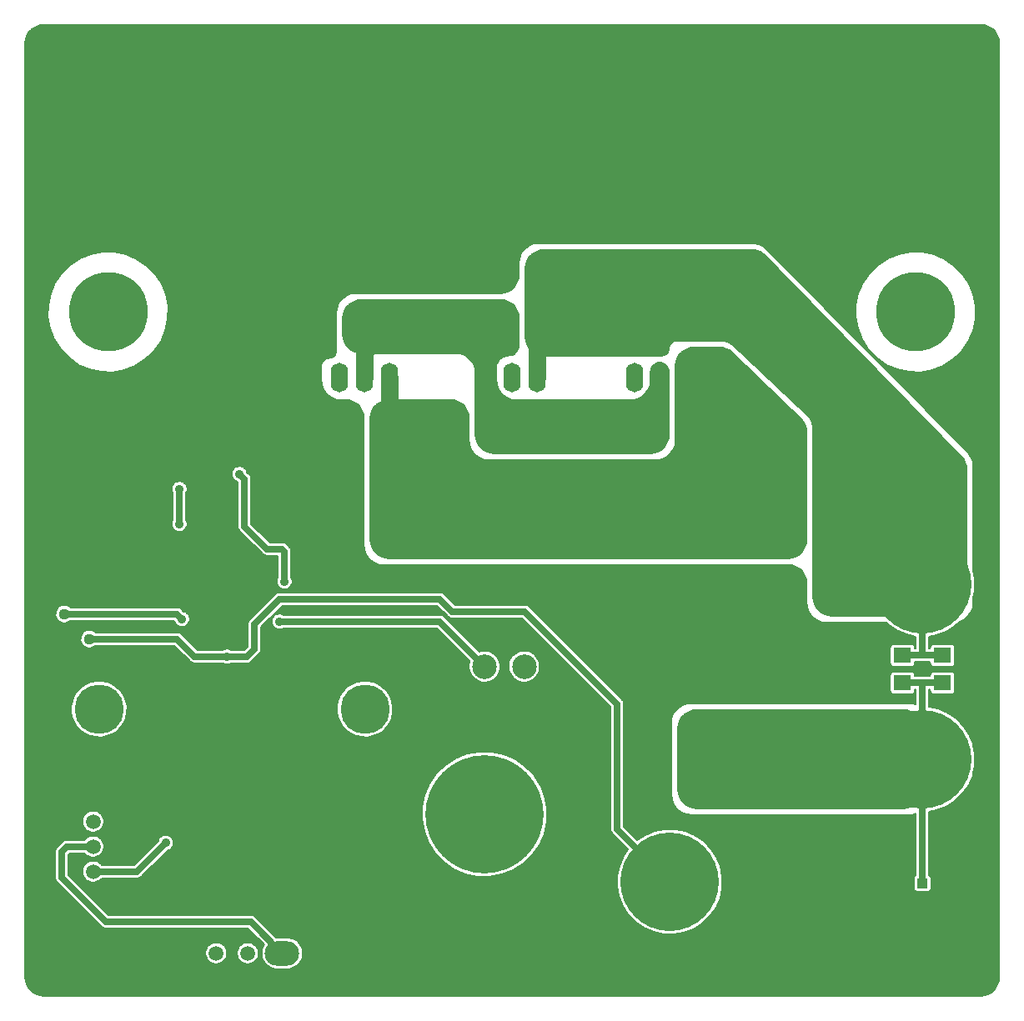
<source format=gbl>
G04 (created by PCBNEW-RS274X (2012-jan-04)-stable) date Mon 18 Jun 2012 09:59:17 PM CEST*
G01*
G70*
G90*
%MOIN*%
G04 Gerber Fmt 3.4, Leading zero omitted, Abs format*
%FSLAX34Y34*%
G04 APERTURE LIST*
%ADD10C,0.006000*%
%ADD11C,0.315000*%
%ADD12C,0.196900*%
%ADD13O,0.137800X0.098400*%
%ADD14C,0.059100*%
%ADD15C,0.472400*%
%ADD16C,0.098400*%
%ADD17C,0.160000*%
%ADD18C,0.393700*%
%ADD19C,0.044000*%
%ADD20C,0.157500*%
%ADD21R,0.043300X0.039300*%
%ADD22O,0.068900X0.118100*%
%ADD23R,0.070800X0.062900*%
%ADD24C,0.035000*%
%ADD25C,0.025000*%
%ADD26C,0.070000*%
%ADD27C,0.008000*%
G04 APERTURE END LIST*
G54D10*
G54D11*
X73229Y-25118D03*
X40945Y-25118D03*
G54D12*
X51215Y-41000D03*
X40585Y-41000D03*
G54D13*
X47908Y-50764D03*
X43892Y-50764D03*
G54D14*
X46530Y-50764D03*
X45270Y-50764D03*
G54D15*
X56000Y-45200D03*
G54D16*
X56000Y-39294D03*
X54425Y-39294D03*
X57575Y-39294D03*
G54D17*
X39370Y-15354D03*
X74803Y-15354D03*
X39370Y-50787D03*
X74803Y-50787D03*
G54D18*
X73500Y-36000D03*
X73500Y-43000D03*
X68800Y-47900D03*
X63400Y-47900D03*
G54D14*
X40354Y-46496D03*
X40354Y-45496D03*
X40354Y-47496D03*
G54D19*
X40200Y-36200D03*
X39200Y-37200D03*
X40200Y-38200D03*
G54D20*
X67700Y-30504D03*
X67700Y-43496D03*
X64900Y-30504D03*
X64900Y-43496D03*
G54D21*
X73500Y-47966D03*
X73500Y-48634D03*
G54D22*
X51200Y-27750D03*
X52200Y-27750D03*
X50200Y-27750D03*
X63000Y-27750D03*
X64000Y-27750D03*
X62000Y-27750D03*
G54D23*
X72700Y-38849D03*
X72700Y-39951D03*
X74300Y-38849D03*
X74300Y-39951D03*
G54D22*
X57100Y-27750D03*
X58100Y-27750D03*
X56100Y-27750D03*
G54D24*
X45700Y-38900D03*
X43250Y-46350D03*
X47800Y-39400D03*
X47800Y-37500D03*
X43800Y-32200D03*
X43800Y-33600D03*
X43900Y-37400D03*
X48000Y-35900D03*
X46200Y-31600D03*
G54D25*
X54200Y-36600D02*
X54700Y-37100D01*
X57600Y-37100D02*
X61300Y-40800D01*
X57600Y-37100D02*
X56000Y-37100D01*
X44400Y-38900D02*
X45700Y-38900D01*
X63400Y-47900D02*
X61300Y-45800D01*
X61300Y-40800D02*
X61300Y-45800D01*
X43700Y-38200D02*
X44400Y-38900D01*
X46800Y-37600D02*
X46800Y-38600D01*
X46800Y-38600D02*
X46500Y-38900D01*
X47800Y-36600D02*
X46800Y-37600D01*
X40200Y-38200D02*
X43700Y-38200D01*
X54700Y-37100D02*
X56000Y-37100D01*
X47800Y-36600D02*
X54200Y-36600D01*
X46500Y-38900D02*
X45700Y-38900D01*
X40354Y-47496D02*
X42104Y-47496D01*
X42104Y-47496D02*
X43250Y-46350D01*
G54D26*
X51200Y-27750D02*
X51200Y-26700D01*
X51200Y-26700D02*
X51500Y-26400D01*
X56100Y-26800D02*
X56100Y-27750D01*
X55700Y-26400D02*
X56100Y-26800D01*
X56600Y-29200D02*
X62400Y-29200D01*
X63000Y-28600D02*
X63000Y-27750D01*
X62400Y-29200D02*
X63000Y-28600D01*
X56100Y-28700D02*
X56600Y-29200D01*
X56100Y-27750D02*
X56100Y-28700D01*
X55500Y-26400D02*
X55700Y-26400D01*
X51500Y-26400D02*
X55500Y-26400D01*
X60200Y-23600D02*
X58100Y-25700D01*
X73500Y-31200D02*
X65900Y-23600D01*
G54D25*
X73500Y-38800D02*
X73500Y-38849D01*
G54D26*
X58100Y-25700D02*
X58100Y-27750D01*
G54D25*
X73500Y-38849D02*
X74300Y-38849D01*
X73500Y-38849D02*
X73500Y-38800D01*
X73500Y-36000D02*
X73500Y-36100D01*
G54D26*
X73500Y-36000D02*
X73500Y-31200D01*
G54D25*
X72700Y-38849D02*
X73500Y-38849D01*
G54D26*
X65900Y-23600D02*
X60200Y-23600D01*
G54D25*
X73500Y-36000D02*
X73500Y-38849D01*
G54D26*
X66300Y-30500D02*
X66300Y-33400D01*
X52200Y-31900D02*
X52200Y-27750D01*
X52200Y-31900D02*
X53900Y-33600D01*
X64900Y-30504D02*
X66300Y-30504D01*
X66300Y-33400D02*
X66100Y-33600D01*
X65050Y-27750D02*
X65450Y-28150D01*
X66300Y-30504D02*
X67700Y-30504D01*
X53900Y-33600D02*
X66100Y-33600D01*
X66300Y-29000D02*
X66300Y-30500D01*
X66300Y-30500D02*
X66300Y-30504D01*
X65450Y-28150D02*
X66300Y-29000D01*
X64000Y-27750D02*
X65050Y-27750D01*
G54D25*
X39370Y-15354D02*
X74803Y-15354D01*
X68800Y-47900D02*
X70000Y-47900D01*
X72887Y-50787D02*
X74803Y-50787D01*
X43892Y-50764D02*
X43892Y-52000D01*
X38400Y-47600D02*
X38400Y-47450D01*
X43850Y-51950D02*
X43850Y-52000D01*
X38400Y-48800D02*
X38400Y-47860D01*
X70000Y-47900D02*
X72887Y-50787D01*
X54319Y-39400D02*
X54425Y-39294D01*
X38400Y-16324D02*
X39370Y-15354D01*
X43892Y-52000D02*
X43850Y-51958D01*
X73508Y-48642D02*
X73500Y-48634D01*
X49800Y-39400D02*
X54319Y-39400D01*
X39370Y-50787D02*
X39370Y-49770D01*
X73508Y-49492D02*
X74803Y-50787D01*
X73508Y-49492D02*
X73508Y-48642D01*
X39587Y-50787D02*
X40800Y-52000D01*
X38400Y-47450D02*
X38400Y-16324D01*
X43850Y-52000D02*
X73590Y-52000D01*
X73500Y-49484D02*
X73508Y-49492D01*
X38400Y-47860D02*
X38400Y-47600D01*
X47800Y-39400D02*
X49800Y-39400D01*
X40800Y-52000D02*
X43850Y-52000D01*
X39370Y-50787D02*
X39587Y-50787D01*
X43850Y-51958D02*
X43850Y-51950D01*
X73590Y-52000D02*
X74803Y-50787D01*
X39370Y-49770D02*
X38400Y-48800D01*
X38400Y-47496D02*
X38400Y-47600D01*
X73500Y-39951D02*
X73500Y-43000D01*
X72700Y-39951D02*
X73500Y-39951D01*
X73500Y-39951D02*
X74300Y-39951D01*
G54D26*
X67700Y-43496D02*
X73004Y-43496D01*
X73004Y-43496D02*
X73500Y-43000D01*
X64900Y-43496D02*
X67700Y-43496D01*
G54D25*
X73500Y-43000D02*
X73500Y-47966D01*
X39100Y-47750D02*
X40850Y-49500D01*
X40850Y-49500D02*
X46644Y-49500D01*
X40354Y-46496D02*
X39304Y-46496D01*
X46644Y-49500D02*
X47908Y-50764D01*
X39100Y-46700D02*
X39100Y-47750D01*
X39304Y-46496D02*
X39100Y-46700D01*
X47800Y-37500D02*
X54206Y-37500D01*
X54206Y-37500D02*
X56000Y-39294D01*
X43800Y-33600D02*
X43800Y-32200D01*
X43700Y-37200D02*
X43900Y-37400D01*
X39200Y-37200D02*
X43700Y-37200D01*
X46400Y-33700D02*
X47300Y-34600D01*
X47300Y-34600D02*
X47900Y-34600D01*
X47900Y-34600D02*
X48000Y-34700D01*
X46400Y-33700D02*
X46400Y-31800D01*
X46400Y-31800D02*
X46200Y-31600D01*
X48000Y-35900D02*
X48000Y-35300D01*
X48000Y-34700D02*
X48000Y-35300D01*
G54D10*
G36*
X73460Y-44248D02*
X73447Y-44388D01*
X73406Y-44522D01*
X73341Y-44645D01*
X73252Y-44752D01*
X73145Y-44841D01*
X73022Y-44906D01*
X72888Y-44947D01*
X72748Y-44960D01*
X64452Y-44960D01*
X64312Y-44947D01*
X64178Y-44906D01*
X64055Y-44841D01*
X63948Y-44752D01*
X63859Y-44645D01*
X63794Y-44522D01*
X63753Y-44388D01*
X63740Y-44248D01*
X63740Y-41752D01*
X63753Y-41612D01*
X63794Y-41478D01*
X63859Y-41355D01*
X63948Y-41248D01*
X64055Y-41159D01*
X64178Y-41094D01*
X64312Y-41053D01*
X64452Y-41040D01*
X72748Y-41040D01*
X72888Y-41053D01*
X73022Y-41094D01*
X73145Y-41159D01*
X73252Y-41248D01*
X73341Y-41355D01*
X73406Y-41478D01*
X73447Y-41612D01*
X73460Y-41752D01*
X73460Y-44248D01*
X73460Y-44248D01*
G37*
G54D27*
X73460Y-44248D02*
X73447Y-44388D01*
X73406Y-44522D01*
X73341Y-44645D01*
X73252Y-44752D01*
X73145Y-44841D01*
X73022Y-44906D01*
X72888Y-44947D01*
X72748Y-44960D01*
X64452Y-44960D01*
X64312Y-44947D01*
X64178Y-44906D01*
X64055Y-44841D01*
X63948Y-44752D01*
X63859Y-44645D01*
X63794Y-44522D01*
X63753Y-44388D01*
X63740Y-44248D01*
X63740Y-41752D01*
X63753Y-41612D01*
X63794Y-41478D01*
X63859Y-41355D01*
X63948Y-41248D01*
X64055Y-41159D01*
X64178Y-41094D01*
X64312Y-41053D01*
X64452Y-41040D01*
X72748Y-41040D01*
X72888Y-41053D01*
X73022Y-41094D01*
X73145Y-41159D01*
X73252Y-41248D01*
X73341Y-41355D01*
X73406Y-41478D01*
X73447Y-41612D01*
X73460Y-41752D01*
X73460Y-44248D01*
G54D10*
G36*
X76560Y-51748D02*
X76547Y-51888D01*
X76506Y-52022D01*
X76441Y-52145D01*
X76352Y-52252D01*
X76245Y-52341D01*
X76122Y-52406D01*
X75988Y-52447D01*
X75848Y-52460D01*
X75630Y-52460D01*
X75630Y-24883D01*
X75539Y-24421D01*
X75359Y-23986D01*
X75099Y-23594D01*
X74767Y-23259D01*
X74377Y-22996D01*
X73943Y-22814D01*
X73482Y-22719D01*
X73011Y-22715D01*
X72548Y-22804D01*
X72112Y-22980D01*
X71718Y-23238D01*
X71381Y-23567D01*
X71115Y-23955D01*
X70930Y-24388D01*
X70832Y-24849D01*
X70825Y-25319D01*
X70910Y-25783D01*
X71083Y-26220D01*
X71338Y-26616D01*
X71665Y-26955D01*
X72052Y-27224D01*
X72483Y-27412D01*
X72943Y-27513D01*
X73414Y-27523D01*
X73877Y-27442D01*
X74316Y-27272D01*
X74714Y-27019D01*
X75055Y-26695D01*
X75326Y-26310D01*
X75518Y-25880D01*
X75622Y-25421D01*
X75630Y-24883D01*
X75630Y-52460D01*
X75608Y-52460D01*
X75608Y-42793D01*
X75608Y-35793D01*
X75540Y-35447D01*
X75540Y-31306D01*
X75525Y-31155D01*
X75481Y-31008D01*
X75408Y-30872D01*
X75313Y-30754D01*
X67247Y-22594D01*
X67154Y-22513D01*
X67048Y-22447D01*
X66933Y-22399D01*
X66811Y-22369D01*
X66689Y-22360D01*
X58148Y-22360D01*
X57996Y-22375D01*
X57848Y-22420D01*
X57711Y-22493D01*
X57592Y-22592D01*
X57493Y-22711D01*
X57420Y-22848D01*
X57375Y-22996D01*
X57360Y-23148D01*
X57360Y-23648D01*
X57347Y-23788D01*
X57306Y-23922D01*
X57241Y-24045D01*
X57152Y-24152D01*
X57045Y-24241D01*
X56922Y-24306D01*
X56788Y-24347D01*
X56648Y-24360D01*
X50848Y-24360D01*
X50696Y-24375D01*
X50548Y-24420D01*
X50411Y-24493D01*
X50292Y-24592D01*
X50193Y-24711D01*
X50120Y-24848D01*
X50075Y-24996D01*
X50060Y-25148D01*
X50060Y-26698D01*
X50055Y-26751D01*
X50040Y-26800D01*
X50016Y-26845D01*
X49984Y-26884D01*
X49945Y-26916D01*
X49900Y-26940D01*
X49851Y-26955D01*
X49733Y-26967D01*
X49670Y-26986D01*
X49611Y-27018D01*
X49560Y-27060D01*
X49518Y-27111D01*
X49486Y-27170D01*
X49467Y-27233D01*
X49460Y-27298D01*
X49460Y-27852D01*
X49475Y-28004D01*
X49520Y-28152D01*
X49593Y-28289D01*
X49692Y-28408D01*
X49811Y-28507D01*
X49948Y-28580D01*
X50096Y-28625D01*
X50248Y-28640D01*
X50448Y-28640D01*
X50588Y-28653D01*
X50722Y-28694D01*
X50845Y-28759D01*
X50952Y-28848D01*
X51041Y-28955D01*
X51106Y-29078D01*
X51147Y-29212D01*
X51160Y-29352D01*
X51160Y-34452D01*
X51175Y-34604D01*
X51220Y-34752D01*
X51293Y-34889D01*
X51392Y-35008D01*
X51511Y-35107D01*
X51648Y-35180D01*
X51796Y-35225D01*
X51948Y-35240D01*
X68148Y-35240D01*
X68288Y-35253D01*
X68422Y-35294D01*
X68545Y-35359D01*
X68652Y-35448D01*
X68741Y-35555D01*
X68806Y-35678D01*
X68847Y-35812D01*
X68860Y-35952D01*
X68860Y-36752D01*
X68875Y-36904D01*
X68920Y-37052D01*
X68993Y-37189D01*
X69092Y-37308D01*
X69211Y-37407D01*
X69348Y-37480D01*
X69496Y-37525D01*
X69648Y-37540D01*
X72056Y-37540D01*
X72127Y-37613D01*
X72467Y-37849D01*
X72846Y-38015D01*
X73235Y-38099D01*
X73235Y-38584D01*
X73193Y-38584D01*
X73193Y-38521D01*
X73188Y-38494D01*
X73177Y-38469D01*
X73162Y-38446D01*
X73143Y-38427D01*
X73120Y-38412D01*
X73095Y-38401D01*
X73068Y-38396D01*
X73041Y-38396D01*
X72332Y-38396D01*
X72305Y-38401D01*
X72280Y-38412D01*
X72257Y-38427D01*
X72238Y-38446D01*
X72223Y-38469D01*
X72212Y-38494D01*
X72207Y-38521D01*
X72207Y-38548D01*
X72207Y-39177D01*
X72212Y-39204D01*
X72223Y-39229D01*
X72238Y-39252D01*
X72257Y-39271D01*
X72280Y-39286D01*
X72305Y-39297D01*
X72332Y-39302D01*
X72359Y-39302D01*
X73068Y-39302D01*
X73095Y-39297D01*
X73120Y-39286D01*
X73143Y-39271D01*
X73162Y-39252D01*
X73177Y-39229D01*
X73188Y-39204D01*
X73193Y-39177D01*
X73193Y-39150D01*
X73193Y-39114D01*
X73496Y-39114D01*
X73498Y-39114D01*
X73500Y-39114D01*
X73807Y-39114D01*
X73807Y-39177D01*
X73812Y-39204D01*
X73823Y-39229D01*
X73838Y-39252D01*
X73857Y-39271D01*
X73880Y-39286D01*
X73905Y-39297D01*
X73932Y-39302D01*
X73959Y-39302D01*
X74668Y-39302D01*
X74695Y-39297D01*
X74720Y-39286D01*
X74743Y-39271D01*
X74762Y-39252D01*
X74777Y-39229D01*
X74788Y-39204D01*
X74793Y-39177D01*
X74793Y-39150D01*
X74793Y-38521D01*
X74788Y-38494D01*
X74777Y-38469D01*
X74762Y-38446D01*
X74743Y-38427D01*
X74720Y-38412D01*
X74695Y-38401D01*
X74668Y-38396D01*
X74641Y-38396D01*
X73932Y-38396D01*
X73905Y-38401D01*
X73880Y-38412D01*
X73857Y-38427D01*
X73838Y-38446D01*
X73823Y-38469D01*
X73812Y-38494D01*
X73807Y-38521D01*
X73807Y-38548D01*
X73807Y-38584D01*
X73765Y-38584D01*
X73765Y-38093D01*
X74070Y-38040D01*
X74455Y-37890D01*
X74804Y-37669D01*
X74979Y-37501D01*
X75052Y-37480D01*
X75189Y-37407D01*
X75308Y-37308D01*
X75407Y-37189D01*
X75480Y-37052D01*
X75525Y-36904D01*
X75540Y-36752D01*
X75540Y-36535D01*
X75601Y-36265D01*
X75608Y-35793D01*
X75608Y-42793D01*
X75540Y-42447D01*
X75528Y-42387D01*
X75370Y-42005D01*
X75141Y-41661D01*
X74850Y-41368D01*
X74507Y-41137D01*
X74126Y-40976D01*
X73765Y-40902D01*
X73765Y-40216D01*
X73807Y-40216D01*
X73807Y-40279D01*
X73812Y-40306D01*
X73823Y-40331D01*
X73838Y-40354D01*
X73857Y-40373D01*
X73880Y-40388D01*
X73905Y-40399D01*
X73932Y-40404D01*
X73959Y-40404D01*
X74668Y-40404D01*
X74695Y-40399D01*
X74720Y-40388D01*
X74743Y-40373D01*
X74762Y-40354D01*
X74777Y-40331D01*
X74788Y-40306D01*
X74793Y-40279D01*
X74793Y-40252D01*
X74793Y-39623D01*
X74788Y-39596D01*
X74777Y-39571D01*
X74762Y-39548D01*
X74743Y-39529D01*
X74720Y-39514D01*
X74695Y-39503D01*
X74668Y-39498D01*
X74641Y-39498D01*
X73932Y-39498D01*
X73905Y-39503D01*
X73880Y-39514D01*
X73857Y-39529D01*
X73838Y-39548D01*
X73823Y-39571D01*
X73812Y-39596D01*
X73807Y-39623D01*
X73807Y-39650D01*
X73807Y-39686D01*
X73504Y-39686D01*
X73502Y-39686D01*
X73500Y-39686D01*
X73193Y-39686D01*
X73193Y-39623D01*
X73188Y-39596D01*
X73177Y-39571D01*
X73162Y-39548D01*
X73143Y-39529D01*
X73120Y-39514D01*
X73095Y-39503D01*
X73068Y-39498D01*
X73041Y-39498D01*
X72332Y-39498D01*
X72305Y-39503D01*
X72280Y-39514D01*
X72257Y-39529D01*
X72238Y-39548D01*
X72223Y-39571D01*
X72212Y-39596D01*
X72207Y-39623D01*
X72207Y-39650D01*
X72207Y-40279D01*
X72212Y-40306D01*
X72223Y-40331D01*
X72238Y-40354D01*
X72257Y-40373D01*
X72280Y-40388D01*
X72305Y-40399D01*
X72332Y-40404D01*
X72359Y-40404D01*
X73068Y-40404D01*
X73095Y-40399D01*
X73120Y-40388D01*
X73143Y-40373D01*
X73162Y-40354D01*
X73177Y-40331D01*
X73188Y-40306D01*
X73193Y-40279D01*
X73193Y-40252D01*
X73193Y-40216D01*
X73235Y-40216D01*
X73235Y-40814D01*
X73104Y-40775D01*
X72952Y-40760D01*
X69650Y-40760D01*
X64249Y-40760D01*
X64113Y-40771D01*
X63980Y-40807D01*
X63855Y-40866D01*
X63742Y-40945D01*
X63645Y-41042D01*
X63566Y-41155D01*
X63508Y-41280D01*
X63472Y-41413D01*
X63461Y-41549D01*
X63463Y-44450D01*
X63479Y-44602D01*
X63524Y-44750D01*
X63597Y-44886D01*
X63695Y-45006D01*
X63815Y-45104D01*
X63951Y-45177D01*
X64099Y-45222D01*
X64251Y-45237D01*
X71300Y-45240D01*
X72952Y-45240D01*
X73104Y-45225D01*
X73235Y-45185D01*
X73235Y-47639D01*
X73218Y-47647D01*
X73195Y-47662D01*
X73176Y-47681D01*
X73161Y-47704D01*
X73150Y-47729D01*
X73145Y-47756D01*
X73145Y-47783D01*
X73145Y-48176D01*
X73150Y-48203D01*
X73161Y-48228D01*
X73176Y-48251D01*
X73195Y-48270D01*
X73218Y-48285D01*
X73243Y-48296D01*
X73270Y-48301D01*
X73297Y-48301D01*
X73730Y-48301D01*
X73740Y-48299D01*
X73757Y-48296D01*
X73782Y-48285D01*
X73805Y-48270D01*
X73824Y-48251D01*
X73839Y-48228D01*
X73850Y-48203D01*
X73855Y-48176D01*
X73855Y-48149D01*
X73855Y-47756D01*
X73850Y-47729D01*
X73839Y-47704D01*
X73824Y-47681D01*
X73805Y-47662D01*
X73782Y-47647D01*
X73765Y-47639D01*
X73765Y-45093D01*
X74070Y-45040D01*
X74455Y-44890D01*
X74804Y-44669D01*
X75104Y-44384D01*
X75342Y-44046D01*
X75510Y-43668D01*
X75540Y-43535D01*
X75601Y-43265D01*
X75608Y-42793D01*
X75608Y-52460D01*
X75540Y-52460D01*
X73740Y-52460D01*
X71300Y-52460D01*
X65508Y-52460D01*
X65508Y-47693D01*
X65428Y-47287D01*
X65270Y-46905D01*
X65041Y-46561D01*
X64750Y-46268D01*
X64407Y-46037D01*
X64026Y-45876D01*
X63621Y-45793D01*
X63208Y-45791D01*
X62802Y-45868D01*
X62418Y-46023D01*
X62103Y-46229D01*
X61565Y-45690D01*
X61565Y-40800D01*
X61562Y-40771D01*
X61561Y-40751D01*
X61560Y-40749D01*
X61546Y-40701D01*
X61545Y-40699D01*
X61522Y-40655D01*
X61521Y-40653D01*
X61501Y-40629D01*
X61490Y-40615D01*
X61488Y-40613D01*
X61487Y-40612D01*
X57789Y-36915D01*
X57787Y-36913D01*
X57777Y-36904D01*
X57750Y-36881D01*
X57748Y-36880D01*
X57704Y-36856D01*
X57703Y-36855D01*
X57702Y-36855D01*
X57655Y-36841D01*
X57652Y-36840D01*
X57619Y-36836D01*
X57604Y-36835D01*
X57601Y-36835D01*
X57600Y-36835D01*
X56004Y-36835D01*
X56000Y-36835D01*
X54809Y-36835D01*
X54389Y-36415D01*
X54387Y-36413D01*
X54377Y-36404D01*
X54350Y-36381D01*
X54348Y-36380D01*
X54304Y-36356D01*
X54303Y-36355D01*
X54302Y-36355D01*
X54255Y-36341D01*
X54252Y-36340D01*
X54219Y-36336D01*
X54204Y-36335D01*
X54201Y-36335D01*
X54200Y-36335D01*
X48314Y-36335D01*
X48314Y-35869D01*
X48302Y-35809D01*
X48278Y-35752D01*
X48265Y-35732D01*
X48265Y-35304D01*
X48265Y-35300D01*
X48265Y-34700D01*
X48262Y-34670D01*
X48261Y-34651D01*
X48260Y-34649D01*
X48246Y-34601D01*
X48245Y-34599D01*
X48222Y-34555D01*
X48221Y-34553D01*
X48201Y-34529D01*
X48190Y-34515D01*
X48188Y-34513D01*
X48187Y-34512D01*
X48089Y-34415D01*
X48087Y-34413D01*
X48077Y-34404D01*
X48050Y-34381D01*
X48048Y-34380D01*
X48004Y-34356D01*
X48003Y-34355D01*
X48002Y-34355D01*
X47955Y-34341D01*
X47952Y-34340D01*
X47919Y-34336D01*
X47904Y-34335D01*
X47901Y-34335D01*
X47900Y-34335D01*
X47409Y-34335D01*
X46665Y-33590D01*
X46665Y-31800D01*
X46660Y-31751D01*
X46660Y-31749D01*
X46645Y-31700D01*
X46645Y-31699D01*
X46621Y-31653D01*
X46595Y-31622D01*
X46590Y-31615D01*
X46588Y-31613D01*
X46587Y-31612D01*
X46506Y-31532D01*
X46502Y-31509D01*
X46478Y-31452D01*
X46444Y-31400D01*
X46401Y-31357D01*
X46350Y-31322D01*
X46293Y-31299D01*
X46233Y-31286D01*
X46171Y-31286D01*
X46111Y-31297D01*
X46054Y-31320D01*
X46002Y-31354D01*
X45958Y-31397D01*
X45923Y-31448D01*
X45899Y-31505D01*
X45886Y-31565D01*
X45886Y-31627D01*
X45897Y-31687D01*
X45919Y-31744D01*
X45953Y-31796D01*
X45996Y-31840D01*
X46046Y-31876D01*
X46103Y-31900D01*
X46131Y-31906D01*
X46135Y-31909D01*
X46135Y-33700D01*
X46137Y-33729D01*
X46139Y-33749D01*
X46154Y-33799D01*
X46154Y-33800D01*
X46155Y-33801D01*
X46179Y-33847D01*
X46203Y-33877D01*
X46210Y-33885D01*
X46212Y-33887D01*
X46213Y-33887D01*
X46217Y-33891D01*
X47111Y-34785D01*
X47112Y-34787D01*
X47127Y-34799D01*
X47150Y-34819D01*
X47196Y-34844D01*
X47198Y-34844D01*
X47228Y-34853D01*
X47245Y-34859D01*
X47247Y-34860D01*
X47282Y-34863D01*
X47296Y-34865D01*
X47299Y-34865D01*
X47300Y-34865D01*
X47735Y-34865D01*
X47735Y-35296D01*
X47735Y-35300D01*
X47735Y-35730D01*
X47723Y-35748D01*
X47699Y-35805D01*
X47686Y-35865D01*
X47686Y-35927D01*
X47697Y-35987D01*
X47719Y-36044D01*
X47753Y-36096D01*
X47796Y-36140D01*
X47846Y-36176D01*
X47903Y-36200D01*
X47963Y-36213D01*
X48024Y-36215D01*
X48085Y-36204D01*
X48142Y-36182D01*
X48194Y-36149D01*
X48239Y-36106D01*
X48274Y-36056D01*
X48299Y-35999D01*
X48313Y-35939D01*
X48314Y-35869D01*
X48314Y-36335D01*
X47800Y-36335D01*
X47770Y-36337D01*
X47751Y-36339D01*
X47701Y-36354D01*
X47699Y-36354D01*
X47699Y-36355D01*
X47653Y-36379D01*
X47622Y-36403D01*
X47615Y-36410D01*
X47613Y-36412D01*
X47612Y-36413D01*
X46613Y-37413D01*
X46604Y-37423D01*
X46581Y-37450D01*
X46556Y-37496D01*
X46555Y-37496D01*
X46555Y-37498D01*
X46540Y-37548D01*
X46536Y-37581D01*
X46535Y-37596D01*
X46535Y-37599D01*
X46535Y-37600D01*
X46535Y-38490D01*
X46390Y-38635D01*
X45868Y-38635D01*
X45850Y-38622D01*
X45793Y-38599D01*
X45733Y-38586D01*
X45671Y-38586D01*
X45611Y-38597D01*
X45554Y-38620D01*
X45531Y-38635D01*
X44509Y-38635D01*
X44214Y-38340D01*
X44214Y-37369D01*
X44202Y-37309D01*
X44178Y-37252D01*
X44144Y-37200D01*
X44114Y-37170D01*
X44114Y-33569D01*
X44102Y-33509D01*
X44078Y-33452D01*
X44065Y-33432D01*
X44065Y-32368D01*
X44074Y-32356D01*
X44099Y-32299D01*
X44113Y-32239D01*
X44114Y-32169D01*
X44102Y-32109D01*
X44078Y-32052D01*
X44044Y-32000D01*
X44001Y-31957D01*
X43950Y-31922D01*
X43893Y-31899D01*
X43833Y-31886D01*
X43771Y-31886D01*
X43711Y-31897D01*
X43654Y-31920D01*
X43602Y-31954D01*
X43558Y-31997D01*
X43523Y-32048D01*
X43499Y-32105D01*
X43486Y-32165D01*
X43486Y-32227D01*
X43497Y-32287D01*
X43519Y-32344D01*
X43535Y-32368D01*
X43535Y-33430D01*
X43523Y-33448D01*
X43499Y-33505D01*
X43486Y-33565D01*
X43486Y-33627D01*
X43497Y-33687D01*
X43519Y-33744D01*
X43553Y-33796D01*
X43596Y-33840D01*
X43646Y-33876D01*
X43703Y-33900D01*
X43763Y-33913D01*
X43824Y-33915D01*
X43885Y-33904D01*
X43942Y-33882D01*
X43994Y-33849D01*
X44039Y-33806D01*
X44074Y-33756D01*
X44099Y-33699D01*
X44113Y-33639D01*
X44114Y-33569D01*
X44114Y-37170D01*
X44101Y-37157D01*
X44050Y-37122D01*
X43993Y-37099D01*
X43967Y-37093D01*
X43889Y-37015D01*
X43887Y-37013D01*
X43877Y-37004D01*
X43850Y-36981D01*
X43848Y-36980D01*
X43804Y-36956D01*
X43803Y-36955D01*
X43802Y-36955D01*
X43755Y-36941D01*
X43752Y-36940D01*
X43719Y-36936D01*
X43704Y-36935D01*
X43701Y-36935D01*
X43700Y-36935D01*
X43346Y-36935D01*
X43346Y-24883D01*
X43255Y-24421D01*
X43075Y-23986D01*
X42815Y-23594D01*
X42483Y-23259D01*
X42093Y-22996D01*
X41659Y-22814D01*
X41198Y-22719D01*
X40727Y-22715D01*
X40264Y-22804D01*
X39828Y-22980D01*
X39434Y-23238D01*
X39097Y-23567D01*
X38831Y-23955D01*
X38646Y-24388D01*
X38548Y-24849D01*
X38541Y-25319D01*
X38626Y-25783D01*
X38799Y-26220D01*
X39054Y-26616D01*
X39381Y-26955D01*
X39768Y-27224D01*
X40199Y-27412D01*
X40659Y-27513D01*
X41130Y-27523D01*
X41593Y-27442D01*
X42032Y-27272D01*
X42430Y-27019D01*
X42771Y-26695D01*
X43042Y-26310D01*
X43234Y-25880D01*
X43338Y-25421D01*
X43346Y-24883D01*
X43346Y-36935D01*
X39443Y-36935D01*
X39430Y-36922D01*
X39372Y-36883D01*
X39307Y-36855D01*
X39238Y-36841D01*
X39168Y-36841D01*
X39098Y-36854D01*
X39033Y-36880D01*
X38974Y-36919D01*
X38924Y-36968D01*
X38884Y-37026D01*
X38856Y-37091D01*
X38842Y-37160D01*
X38841Y-37230D01*
X38853Y-37299D01*
X38879Y-37365D01*
X38917Y-37424D01*
X38966Y-37475D01*
X39024Y-37515D01*
X39088Y-37543D01*
X39157Y-37558D01*
X39227Y-37560D01*
X39297Y-37547D01*
X39362Y-37522D01*
X39422Y-37484D01*
X39442Y-37465D01*
X43590Y-37465D01*
X43593Y-37467D01*
X43597Y-37487D01*
X43619Y-37544D01*
X43653Y-37596D01*
X43696Y-37640D01*
X43746Y-37676D01*
X43803Y-37700D01*
X43863Y-37713D01*
X43924Y-37715D01*
X43985Y-37704D01*
X44042Y-37682D01*
X44094Y-37649D01*
X44139Y-37606D01*
X44174Y-37556D01*
X44199Y-37499D01*
X44213Y-37439D01*
X44214Y-37369D01*
X44214Y-38340D01*
X43889Y-38015D01*
X43887Y-38013D01*
X43877Y-38004D01*
X43850Y-37981D01*
X43848Y-37980D01*
X43804Y-37956D01*
X43803Y-37955D01*
X43802Y-37955D01*
X43755Y-37941D01*
X43752Y-37940D01*
X43719Y-37936D01*
X43704Y-37935D01*
X43701Y-37935D01*
X43700Y-37935D01*
X40443Y-37935D01*
X40430Y-37922D01*
X40372Y-37883D01*
X40307Y-37855D01*
X40238Y-37841D01*
X40168Y-37841D01*
X40098Y-37854D01*
X40033Y-37880D01*
X39974Y-37919D01*
X39924Y-37968D01*
X39884Y-38026D01*
X39856Y-38091D01*
X39842Y-38160D01*
X39841Y-38230D01*
X39853Y-38299D01*
X39879Y-38365D01*
X39917Y-38424D01*
X39966Y-38475D01*
X40024Y-38515D01*
X40088Y-38543D01*
X40157Y-38558D01*
X40227Y-38560D01*
X40297Y-38547D01*
X40362Y-38522D01*
X40422Y-38484D01*
X40442Y-38465D01*
X43590Y-38465D01*
X44211Y-39085D01*
X44212Y-39087D01*
X44227Y-39099D01*
X44250Y-39119D01*
X44296Y-39144D01*
X44298Y-39144D01*
X44328Y-39153D01*
X44345Y-39159D01*
X44347Y-39160D01*
X44365Y-39161D01*
X44396Y-39165D01*
X44400Y-39165D01*
X45530Y-39165D01*
X45546Y-39176D01*
X45603Y-39200D01*
X45663Y-39213D01*
X45724Y-39215D01*
X45785Y-39204D01*
X45842Y-39182D01*
X45868Y-39165D01*
X46500Y-39165D01*
X46529Y-39162D01*
X46549Y-39161D01*
X46551Y-39160D01*
X46599Y-39146D01*
X46600Y-39145D01*
X46601Y-39145D01*
X46644Y-39122D01*
X46647Y-39121D01*
X46677Y-39096D01*
X46685Y-39090D01*
X46685Y-39089D01*
X46687Y-39088D01*
X46687Y-39087D01*
X46691Y-39082D01*
X46985Y-38789D01*
X46987Y-38788D01*
X47006Y-38763D01*
X47019Y-38750D01*
X47020Y-38748D01*
X47044Y-38704D01*
X47044Y-38702D01*
X47053Y-38672D01*
X47059Y-38655D01*
X47060Y-38653D01*
X47063Y-38617D01*
X47065Y-38604D01*
X47065Y-38601D01*
X47065Y-38600D01*
X47065Y-37709D01*
X47909Y-36865D01*
X54091Y-36865D01*
X54511Y-37285D01*
X54513Y-37287D01*
X54523Y-37295D01*
X54550Y-37319D01*
X54552Y-37320D01*
X54596Y-37344D01*
X54598Y-37345D01*
X54645Y-37359D01*
X54648Y-37360D01*
X54681Y-37363D01*
X54696Y-37365D01*
X54699Y-37365D01*
X54700Y-37365D01*
X55996Y-37365D01*
X56000Y-37365D01*
X57490Y-37365D01*
X61035Y-40909D01*
X61035Y-45800D01*
X61037Y-45829D01*
X61039Y-45849D01*
X61054Y-45899D01*
X61054Y-45900D01*
X61055Y-45901D01*
X61079Y-45947D01*
X61103Y-45977D01*
X61110Y-45985D01*
X61112Y-45987D01*
X61113Y-45987D01*
X61117Y-45991D01*
X61731Y-46605D01*
X61544Y-46880D01*
X61381Y-47260D01*
X61295Y-47664D01*
X61289Y-48078D01*
X61364Y-48484D01*
X61516Y-48868D01*
X61740Y-49216D01*
X62027Y-49513D01*
X62367Y-49749D01*
X62746Y-49915D01*
X63150Y-50003D01*
X63563Y-50012D01*
X63970Y-49940D01*
X64355Y-49790D01*
X64704Y-49569D01*
X65004Y-49284D01*
X65242Y-48946D01*
X65410Y-48568D01*
X65501Y-48165D01*
X65508Y-47693D01*
X65508Y-52460D01*
X58502Y-52460D01*
X58502Y-44955D01*
X58407Y-44474D01*
X58220Y-44020D01*
X58207Y-44000D01*
X58207Y-39232D01*
X58183Y-39110D01*
X58136Y-38996D01*
X58067Y-38893D01*
X57980Y-38805D01*
X57877Y-38735D01*
X57763Y-38687D01*
X57641Y-38662D01*
X57517Y-38662D01*
X57396Y-38685D01*
X57281Y-38731D01*
X57177Y-38799D01*
X57089Y-38886D01*
X57019Y-38988D01*
X56970Y-39102D01*
X56944Y-39223D01*
X56942Y-39347D01*
X56965Y-39469D01*
X57010Y-39584D01*
X57077Y-39688D01*
X57163Y-39778D01*
X57265Y-39848D01*
X57379Y-39898D01*
X57500Y-39925D01*
X57624Y-39927D01*
X57746Y-39906D01*
X57861Y-39861D01*
X57966Y-39794D01*
X58056Y-39709D01*
X58127Y-39608D01*
X58178Y-39494D01*
X58205Y-39374D01*
X58207Y-39232D01*
X58207Y-44000D01*
X57948Y-43611D01*
X57603Y-43263D01*
X57196Y-42989D01*
X56744Y-42799D01*
X56632Y-42775D01*
X56632Y-39232D01*
X56608Y-39110D01*
X56561Y-38996D01*
X56492Y-38893D01*
X56405Y-38805D01*
X56302Y-38735D01*
X56188Y-38687D01*
X56066Y-38662D01*
X55942Y-38662D01*
X55821Y-38685D01*
X55781Y-38701D01*
X54395Y-37315D01*
X54393Y-37313D01*
X54383Y-37304D01*
X54356Y-37281D01*
X54354Y-37280D01*
X54310Y-37256D01*
X54309Y-37255D01*
X54308Y-37255D01*
X54261Y-37241D01*
X54258Y-37240D01*
X54225Y-37236D01*
X54210Y-37235D01*
X54207Y-37235D01*
X54206Y-37235D01*
X47968Y-37235D01*
X47950Y-37222D01*
X47893Y-37199D01*
X47833Y-37186D01*
X47771Y-37186D01*
X47711Y-37197D01*
X47654Y-37220D01*
X47602Y-37254D01*
X47558Y-37297D01*
X47523Y-37348D01*
X47499Y-37405D01*
X47486Y-37465D01*
X47486Y-37527D01*
X47497Y-37587D01*
X47519Y-37644D01*
X47553Y-37696D01*
X47596Y-37740D01*
X47646Y-37776D01*
X47703Y-37800D01*
X47763Y-37813D01*
X47824Y-37815D01*
X47885Y-37804D01*
X47942Y-37782D01*
X47968Y-37765D01*
X54097Y-37765D01*
X55406Y-39074D01*
X55395Y-39102D01*
X55369Y-39223D01*
X55367Y-39347D01*
X55390Y-39469D01*
X55435Y-39584D01*
X55502Y-39688D01*
X55588Y-39778D01*
X55690Y-39848D01*
X55804Y-39898D01*
X55925Y-39925D01*
X56049Y-39927D01*
X56171Y-39906D01*
X56286Y-39861D01*
X56391Y-39794D01*
X56481Y-39709D01*
X56552Y-39608D01*
X56603Y-39494D01*
X56630Y-39374D01*
X56632Y-39232D01*
X56632Y-42775D01*
X56263Y-42700D01*
X55772Y-42696D01*
X55291Y-42788D01*
X54836Y-42972D01*
X54425Y-43241D01*
X54074Y-43584D01*
X53797Y-43989D01*
X53604Y-44440D01*
X53502Y-44919D01*
X53495Y-45410D01*
X53583Y-45893D01*
X53764Y-46349D01*
X54030Y-46761D01*
X54370Y-47114D01*
X54773Y-47394D01*
X55223Y-47591D01*
X55702Y-47696D01*
X56193Y-47707D01*
X56676Y-47621D01*
X57133Y-47444D01*
X57547Y-47181D01*
X57903Y-46843D01*
X58186Y-46442D01*
X58385Y-45994D01*
X58494Y-45515D01*
X58502Y-44955D01*
X58502Y-52460D01*
X52339Y-52460D01*
X52339Y-40890D01*
X52296Y-40674D01*
X52212Y-40470D01*
X52090Y-40286D01*
X51935Y-40130D01*
X51752Y-40007D01*
X51549Y-39921D01*
X51333Y-39877D01*
X51113Y-39875D01*
X50896Y-39917D01*
X50692Y-39999D01*
X50507Y-40120D01*
X50350Y-40274D01*
X50225Y-40456D01*
X50139Y-40658D01*
X50093Y-40874D01*
X50090Y-41094D01*
X50129Y-41311D01*
X50210Y-41516D01*
X50330Y-41701D01*
X50483Y-41860D01*
X50664Y-41986D01*
X50866Y-42074D01*
X51081Y-42121D01*
X51301Y-42126D01*
X51519Y-42088D01*
X51724Y-42008D01*
X51910Y-41890D01*
X52070Y-41738D01*
X52197Y-41558D01*
X52287Y-41357D01*
X52335Y-41142D01*
X52339Y-40890D01*
X52339Y-52460D01*
X48738Y-52460D01*
X48738Y-50830D01*
X48738Y-50706D01*
X48715Y-50585D01*
X48669Y-50471D01*
X48601Y-50368D01*
X48515Y-50280D01*
X48413Y-50210D01*
X48300Y-50161D01*
X48179Y-50136D01*
X48056Y-50134D01*
X47653Y-50134D01*
X46833Y-49315D01*
X46831Y-49313D01*
X46821Y-49304D01*
X46794Y-49281D01*
X46792Y-49280D01*
X46748Y-49256D01*
X46747Y-49255D01*
X46746Y-49255D01*
X46699Y-49241D01*
X46696Y-49240D01*
X46663Y-49236D01*
X46648Y-49235D01*
X46645Y-49235D01*
X46644Y-49235D01*
X43564Y-49235D01*
X43564Y-46319D01*
X43552Y-46259D01*
X43528Y-46202D01*
X43494Y-46150D01*
X43451Y-46107D01*
X43400Y-46072D01*
X43343Y-46049D01*
X43283Y-46036D01*
X43221Y-46036D01*
X43161Y-46047D01*
X43104Y-46070D01*
X43052Y-46104D01*
X43008Y-46147D01*
X42973Y-46198D01*
X42949Y-46255D01*
X42943Y-46281D01*
X41994Y-47231D01*
X41709Y-47231D01*
X41709Y-40890D01*
X41666Y-40674D01*
X41582Y-40470D01*
X41460Y-40286D01*
X41305Y-40130D01*
X41122Y-40007D01*
X40919Y-39921D01*
X40703Y-39877D01*
X40483Y-39875D01*
X40266Y-39917D01*
X40062Y-39999D01*
X39877Y-40120D01*
X39720Y-40274D01*
X39595Y-40456D01*
X39509Y-40658D01*
X39463Y-40874D01*
X39460Y-41094D01*
X39499Y-41311D01*
X39580Y-41516D01*
X39700Y-41701D01*
X39853Y-41860D01*
X40034Y-41986D01*
X40236Y-42074D01*
X40451Y-42121D01*
X40671Y-42126D01*
X40889Y-42088D01*
X41094Y-42008D01*
X41280Y-41890D01*
X41440Y-41738D01*
X41567Y-41558D01*
X41657Y-41357D01*
X41705Y-41142D01*
X41709Y-40890D01*
X41709Y-47231D01*
X40700Y-47231D01*
X40693Y-47219D01*
X40632Y-47159D01*
X40562Y-47111D01*
X40483Y-47078D01*
X40399Y-47061D01*
X40314Y-47061D01*
X40230Y-47077D01*
X40151Y-47109D01*
X40080Y-47156D01*
X40019Y-47215D01*
X39971Y-47286D01*
X39937Y-47364D01*
X39920Y-47448D01*
X39918Y-47533D01*
X39934Y-47617D01*
X39965Y-47696D01*
X40012Y-47768D01*
X40071Y-47829D01*
X40141Y-47878D01*
X40219Y-47912D01*
X40303Y-47930D01*
X40388Y-47932D01*
X40472Y-47917D01*
X40551Y-47886D01*
X40623Y-47840D01*
X40685Y-47781D01*
X40699Y-47761D01*
X42104Y-47761D01*
X42133Y-47758D01*
X42153Y-47757D01*
X42155Y-47756D01*
X42203Y-47742D01*
X42204Y-47741D01*
X42205Y-47741D01*
X42248Y-47718D01*
X42251Y-47717D01*
X42281Y-47692D01*
X42289Y-47686D01*
X42289Y-47685D01*
X42291Y-47684D01*
X42291Y-47683D01*
X42295Y-47678D01*
X43317Y-46657D01*
X43335Y-46654D01*
X43392Y-46632D01*
X43444Y-46599D01*
X43489Y-46556D01*
X43524Y-46506D01*
X43549Y-46449D01*
X43563Y-46389D01*
X43564Y-46319D01*
X43564Y-49235D01*
X40959Y-49235D01*
X39365Y-47640D01*
X39365Y-46809D01*
X39413Y-46761D01*
X40007Y-46761D01*
X40012Y-46768D01*
X40071Y-46829D01*
X40141Y-46878D01*
X40219Y-46912D01*
X40303Y-46930D01*
X40388Y-46932D01*
X40472Y-46917D01*
X40551Y-46886D01*
X40623Y-46840D01*
X40685Y-46781D01*
X40734Y-46712D01*
X40769Y-46634D01*
X40788Y-46550D01*
X40789Y-46453D01*
X40789Y-45453D01*
X40772Y-45369D01*
X40740Y-45290D01*
X40693Y-45219D01*
X40632Y-45159D01*
X40562Y-45111D01*
X40483Y-45078D01*
X40399Y-45061D01*
X40314Y-45061D01*
X40230Y-45077D01*
X40151Y-45109D01*
X40080Y-45156D01*
X40019Y-45215D01*
X39971Y-45286D01*
X39937Y-45364D01*
X39920Y-45448D01*
X39918Y-45533D01*
X39934Y-45617D01*
X39965Y-45696D01*
X40012Y-45768D01*
X40071Y-45829D01*
X40141Y-45878D01*
X40219Y-45912D01*
X40303Y-45930D01*
X40388Y-45932D01*
X40472Y-45917D01*
X40551Y-45886D01*
X40623Y-45840D01*
X40685Y-45781D01*
X40734Y-45712D01*
X40769Y-45634D01*
X40788Y-45550D01*
X40789Y-45453D01*
X40789Y-46453D01*
X40772Y-46369D01*
X40740Y-46290D01*
X40693Y-46219D01*
X40632Y-46159D01*
X40562Y-46111D01*
X40483Y-46078D01*
X40399Y-46061D01*
X40314Y-46061D01*
X40230Y-46077D01*
X40151Y-46109D01*
X40080Y-46156D01*
X40019Y-46215D01*
X40008Y-46231D01*
X39304Y-46231D01*
X39275Y-46233D01*
X39255Y-46235D01*
X39205Y-46250D01*
X39203Y-46250D01*
X39203Y-46251D01*
X39157Y-46275D01*
X39133Y-46294D01*
X39119Y-46306D01*
X39117Y-46308D01*
X39116Y-46309D01*
X38913Y-46513D01*
X38904Y-46523D01*
X38881Y-46550D01*
X38856Y-46596D01*
X38855Y-46596D01*
X38855Y-46598D01*
X38840Y-46648D01*
X38836Y-46681D01*
X38835Y-46696D01*
X38835Y-46699D01*
X38835Y-46700D01*
X38835Y-47750D01*
X38837Y-47779D01*
X38839Y-47799D01*
X38854Y-47849D01*
X38854Y-47850D01*
X38855Y-47851D01*
X38879Y-47897D01*
X38903Y-47927D01*
X38910Y-47935D01*
X38912Y-47937D01*
X38913Y-47937D01*
X38917Y-47941D01*
X40661Y-49685D01*
X40662Y-49687D01*
X40677Y-49699D01*
X40700Y-49719D01*
X40746Y-49744D01*
X40748Y-49744D01*
X40778Y-49753D01*
X40795Y-49759D01*
X40797Y-49760D01*
X40832Y-49763D01*
X40846Y-49765D01*
X40849Y-49765D01*
X40850Y-49765D01*
X46534Y-49765D01*
X47184Y-50414D01*
X47151Y-50464D01*
X47103Y-50577D01*
X47078Y-50698D01*
X47078Y-50822D01*
X47101Y-50943D01*
X47147Y-51057D01*
X47215Y-51160D01*
X47301Y-51248D01*
X47403Y-51318D01*
X47516Y-51367D01*
X47637Y-51392D01*
X47760Y-51394D01*
X48171Y-51393D01*
X48292Y-51369D01*
X48406Y-51322D01*
X48509Y-51254D01*
X48596Y-51167D01*
X48665Y-51064D01*
X48713Y-50951D01*
X48738Y-50830D01*
X48738Y-52460D01*
X46965Y-52460D01*
X46965Y-50721D01*
X46948Y-50637D01*
X46916Y-50558D01*
X46869Y-50487D01*
X46808Y-50427D01*
X46738Y-50379D01*
X46659Y-50346D01*
X46575Y-50329D01*
X46490Y-50329D01*
X46406Y-50345D01*
X46327Y-50377D01*
X46256Y-50424D01*
X46195Y-50483D01*
X46147Y-50554D01*
X46113Y-50632D01*
X46096Y-50716D01*
X46094Y-50801D01*
X46110Y-50885D01*
X46141Y-50964D01*
X46188Y-51036D01*
X46247Y-51097D01*
X46317Y-51146D01*
X46395Y-51180D01*
X46479Y-51198D01*
X46564Y-51200D01*
X46648Y-51185D01*
X46727Y-51154D01*
X46799Y-51108D01*
X46861Y-51049D01*
X46910Y-50980D01*
X46945Y-50902D01*
X46964Y-50818D01*
X46965Y-50721D01*
X46965Y-52460D01*
X45705Y-52460D01*
X45705Y-50721D01*
X45688Y-50637D01*
X45656Y-50558D01*
X45609Y-50487D01*
X45548Y-50427D01*
X45478Y-50379D01*
X45399Y-50346D01*
X45315Y-50329D01*
X45230Y-50329D01*
X45146Y-50345D01*
X45067Y-50377D01*
X44996Y-50424D01*
X44935Y-50483D01*
X44887Y-50554D01*
X44853Y-50632D01*
X44836Y-50716D01*
X44834Y-50801D01*
X44850Y-50885D01*
X44881Y-50964D01*
X44928Y-51036D01*
X44987Y-51097D01*
X45057Y-51146D01*
X45135Y-51180D01*
X45219Y-51198D01*
X45304Y-51200D01*
X45388Y-51185D01*
X45467Y-51154D01*
X45539Y-51108D01*
X45601Y-51049D01*
X45650Y-50980D01*
X45685Y-50902D01*
X45704Y-50818D01*
X45705Y-50721D01*
X45705Y-52460D01*
X38352Y-52460D01*
X38212Y-52447D01*
X38078Y-52406D01*
X37955Y-52341D01*
X37848Y-52252D01*
X37759Y-52145D01*
X37694Y-52022D01*
X37653Y-51888D01*
X37640Y-51748D01*
X37640Y-14352D01*
X37653Y-14212D01*
X37694Y-14078D01*
X37759Y-13955D01*
X37848Y-13848D01*
X37955Y-13759D01*
X38078Y-13694D01*
X38212Y-13653D01*
X38352Y-13640D01*
X75848Y-13640D01*
X75988Y-13653D01*
X76122Y-13694D01*
X76245Y-13759D01*
X76352Y-13848D01*
X76441Y-13955D01*
X76506Y-14078D01*
X76547Y-14212D01*
X76560Y-14352D01*
X76560Y-51748D01*
X76560Y-51748D01*
G37*
G54D27*
X76560Y-51748D02*
X76547Y-51888D01*
X76506Y-52022D01*
X76441Y-52145D01*
X76352Y-52252D01*
X76245Y-52341D01*
X76122Y-52406D01*
X75988Y-52447D01*
X75848Y-52460D01*
X75630Y-52460D01*
X75630Y-24883D01*
X75539Y-24421D01*
X75359Y-23986D01*
X75099Y-23594D01*
X74767Y-23259D01*
X74377Y-22996D01*
X73943Y-22814D01*
X73482Y-22719D01*
X73011Y-22715D01*
X72548Y-22804D01*
X72112Y-22980D01*
X71718Y-23238D01*
X71381Y-23567D01*
X71115Y-23955D01*
X70930Y-24388D01*
X70832Y-24849D01*
X70825Y-25319D01*
X70910Y-25783D01*
X71083Y-26220D01*
X71338Y-26616D01*
X71665Y-26955D01*
X72052Y-27224D01*
X72483Y-27412D01*
X72943Y-27513D01*
X73414Y-27523D01*
X73877Y-27442D01*
X74316Y-27272D01*
X74714Y-27019D01*
X75055Y-26695D01*
X75326Y-26310D01*
X75518Y-25880D01*
X75622Y-25421D01*
X75630Y-24883D01*
X75630Y-52460D01*
X75608Y-52460D01*
X75608Y-42793D01*
X75608Y-35793D01*
X75540Y-35447D01*
X75540Y-31306D01*
X75525Y-31155D01*
X75481Y-31008D01*
X75408Y-30872D01*
X75313Y-30754D01*
X67247Y-22594D01*
X67154Y-22513D01*
X67048Y-22447D01*
X66933Y-22399D01*
X66811Y-22369D01*
X66689Y-22360D01*
X58148Y-22360D01*
X57996Y-22375D01*
X57848Y-22420D01*
X57711Y-22493D01*
X57592Y-22592D01*
X57493Y-22711D01*
X57420Y-22848D01*
X57375Y-22996D01*
X57360Y-23148D01*
X57360Y-23648D01*
X57347Y-23788D01*
X57306Y-23922D01*
X57241Y-24045D01*
X57152Y-24152D01*
X57045Y-24241D01*
X56922Y-24306D01*
X56788Y-24347D01*
X56648Y-24360D01*
X50848Y-24360D01*
X50696Y-24375D01*
X50548Y-24420D01*
X50411Y-24493D01*
X50292Y-24592D01*
X50193Y-24711D01*
X50120Y-24848D01*
X50075Y-24996D01*
X50060Y-25148D01*
X50060Y-26698D01*
X50055Y-26751D01*
X50040Y-26800D01*
X50016Y-26845D01*
X49984Y-26884D01*
X49945Y-26916D01*
X49900Y-26940D01*
X49851Y-26955D01*
X49733Y-26967D01*
X49670Y-26986D01*
X49611Y-27018D01*
X49560Y-27060D01*
X49518Y-27111D01*
X49486Y-27170D01*
X49467Y-27233D01*
X49460Y-27298D01*
X49460Y-27852D01*
X49475Y-28004D01*
X49520Y-28152D01*
X49593Y-28289D01*
X49692Y-28408D01*
X49811Y-28507D01*
X49948Y-28580D01*
X50096Y-28625D01*
X50248Y-28640D01*
X50448Y-28640D01*
X50588Y-28653D01*
X50722Y-28694D01*
X50845Y-28759D01*
X50952Y-28848D01*
X51041Y-28955D01*
X51106Y-29078D01*
X51147Y-29212D01*
X51160Y-29352D01*
X51160Y-34452D01*
X51175Y-34604D01*
X51220Y-34752D01*
X51293Y-34889D01*
X51392Y-35008D01*
X51511Y-35107D01*
X51648Y-35180D01*
X51796Y-35225D01*
X51948Y-35240D01*
X68148Y-35240D01*
X68288Y-35253D01*
X68422Y-35294D01*
X68545Y-35359D01*
X68652Y-35448D01*
X68741Y-35555D01*
X68806Y-35678D01*
X68847Y-35812D01*
X68860Y-35952D01*
X68860Y-36752D01*
X68875Y-36904D01*
X68920Y-37052D01*
X68993Y-37189D01*
X69092Y-37308D01*
X69211Y-37407D01*
X69348Y-37480D01*
X69496Y-37525D01*
X69648Y-37540D01*
X72056Y-37540D01*
X72127Y-37613D01*
X72467Y-37849D01*
X72846Y-38015D01*
X73235Y-38099D01*
X73235Y-38584D01*
X73193Y-38584D01*
X73193Y-38521D01*
X73188Y-38494D01*
X73177Y-38469D01*
X73162Y-38446D01*
X73143Y-38427D01*
X73120Y-38412D01*
X73095Y-38401D01*
X73068Y-38396D01*
X73041Y-38396D01*
X72332Y-38396D01*
X72305Y-38401D01*
X72280Y-38412D01*
X72257Y-38427D01*
X72238Y-38446D01*
X72223Y-38469D01*
X72212Y-38494D01*
X72207Y-38521D01*
X72207Y-38548D01*
X72207Y-39177D01*
X72212Y-39204D01*
X72223Y-39229D01*
X72238Y-39252D01*
X72257Y-39271D01*
X72280Y-39286D01*
X72305Y-39297D01*
X72332Y-39302D01*
X72359Y-39302D01*
X73068Y-39302D01*
X73095Y-39297D01*
X73120Y-39286D01*
X73143Y-39271D01*
X73162Y-39252D01*
X73177Y-39229D01*
X73188Y-39204D01*
X73193Y-39177D01*
X73193Y-39150D01*
X73193Y-39114D01*
X73496Y-39114D01*
X73498Y-39114D01*
X73500Y-39114D01*
X73807Y-39114D01*
X73807Y-39177D01*
X73812Y-39204D01*
X73823Y-39229D01*
X73838Y-39252D01*
X73857Y-39271D01*
X73880Y-39286D01*
X73905Y-39297D01*
X73932Y-39302D01*
X73959Y-39302D01*
X74668Y-39302D01*
X74695Y-39297D01*
X74720Y-39286D01*
X74743Y-39271D01*
X74762Y-39252D01*
X74777Y-39229D01*
X74788Y-39204D01*
X74793Y-39177D01*
X74793Y-39150D01*
X74793Y-38521D01*
X74788Y-38494D01*
X74777Y-38469D01*
X74762Y-38446D01*
X74743Y-38427D01*
X74720Y-38412D01*
X74695Y-38401D01*
X74668Y-38396D01*
X74641Y-38396D01*
X73932Y-38396D01*
X73905Y-38401D01*
X73880Y-38412D01*
X73857Y-38427D01*
X73838Y-38446D01*
X73823Y-38469D01*
X73812Y-38494D01*
X73807Y-38521D01*
X73807Y-38548D01*
X73807Y-38584D01*
X73765Y-38584D01*
X73765Y-38093D01*
X74070Y-38040D01*
X74455Y-37890D01*
X74804Y-37669D01*
X74979Y-37501D01*
X75052Y-37480D01*
X75189Y-37407D01*
X75308Y-37308D01*
X75407Y-37189D01*
X75480Y-37052D01*
X75525Y-36904D01*
X75540Y-36752D01*
X75540Y-36535D01*
X75601Y-36265D01*
X75608Y-35793D01*
X75608Y-42793D01*
X75540Y-42447D01*
X75528Y-42387D01*
X75370Y-42005D01*
X75141Y-41661D01*
X74850Y-41368D01*
X74507Y-41137D01*
X74126Y-40976D01*
X73765Y-40902D01*
X73765Y-40216D01*
X73807Y-40216D01*
X73807Y-40279D01*
X73812Y-40306D01*
X73823Y-40331D01*
X73838Y-40354D01*
X73857Y-40373D01*
X73880Y-40388D01*
X73905Y-40399D01*
X73932Y-40404D01*
X73959Y-40404D01*
X74668Y-40404D01*
X74695Y-40399D01*
X74720Y-40388D01*
X74743Y-40373D01*
X74762Y-40354D01*
X74777Y-40331D01*
X74788Y-40306D01*
X74793Y-40279D01*
X74793Y-40252D01*
X74793Y-39623D01*
X74788Y-39596D01*
X74777Y-39571D01*
X74762Y-39548D01*
X74743Y-39529D01*
X74720Y-39514D01*
X74695Y-39503D01*
X74668Y-39498D01*
X74641Y-39498D01*
X73932Y-39498D01*
X73905Y-39503D01*
X73880Y-39514D01*
X73857Y-39529D01*
X73838Y-39548D01*
X73823Y-39571D01*
X73812Y-39596D01*
X73807Y-39623D01*
X73807Y-39650D01*
X73807Y-39686D01*
X73504Y-39686D01*
X73502Y-39686D01*
X73500Y-39686D01*
X73193Y-39686D01*
X73193Y-39623D01*
X73188Y-39596D01*
X73177Y-39571D01*
X73162Y-39548D01*
X73143Y-39529D01*
X73120Y-39514D01*
X73095Y-39503D01*
X73068Y-39498D01*
X73041Y-39498D01*
X72332Y-39498D01*
X72305Y-39503D01*
X72280Y-39514D01*
X72257Y-39529D01*
X72238Y-39548D01*
X72223Y-39571D01*
X72212Y-39596D01*
X72207Y-39623D01*
X72207Y-39650D01*
X72207Y-40279D01*
X72212Y-40306D01*
X72223Y-40331D01*
X72238Y-40354D01*
X72257Y-40373D01*
X72280Y-40388D01*
X72305Y-40399D01*
X72332Y-40404D01*
X72359Y-40404D01*
X73068Y-40404D01*
X73095Y-40399D01*
X73120Y-40388D01*
X73143Y-40373D01*
X73162Y-40354D01*
X73177Y-40331D01*
X73188Y-40306D01*
X73193Y-40279D01*
X73193Y-40252D01*
X73193Y-40216D01*
X73235Y-40216D01*
X73235Y-40814D01*
X73104Y-40775D01*
X72952Y-40760D01*
X69650Y-40760D01*
X64249Y-40760D01*
X64113Y-40771D01*
X63980Y-40807D01*
X63855Y-40866D01*
X63742Y-40945D01*
X63645Y-41042D01*
X63566Y-41155D01*
X63508Y-41280D01*
X63472Y-41413D01*
X63461Y-41549D01*
X63463Y-44450D01*
X63479Y-44602D01*
X63524Y-44750D01*
X63597Y-44886D01*
X63695Y-45006D01*
X63815Y-45104D01*
X63951Y-45177D01*
X64099Y-45222D01*
X64251Y-45237D01*
X71300Y-45240D01*
X72952Y-45240D01*
X73104Y-45225D01*
X73235Y-45185D01*
X73235Y-47639D01*
X73218Y-47647D01*
X73195Y-47662D01*
X73176Y-47681D01*
X73161Y-47704D01*
X73150Y-47729D01*
X73145Y-47756D01*
X73145Y-47783D01*
X73145Y-48176D01*
X73150Y-48203D01*
X73161Y-48228D01*
X73176Y-48251D01*
X73195Y-48270D01*
X73218Y-48285D01*
X73243Y-48296D01*
X73270Y-48301D01*
X73297Y-48301D01*
X73730Y-48301D01*
X73740Y-48299D01*
X73757Y-48296D01*
X73782Y-48285D01*
X73805Y-48270D01*
X73824Y-48251D01*
X73839Y-48228D01*
X73850Y-48203D01*
X73855Y-48176D01*
X73855Y-48149D01*
X73855Y-47756D01*
X73850Y-47729D01*
X73839Y-47704D01*
X73824Y-47681D01*
X73805Y-47662D01*
X73782Y-47647D01*
X73765Y-47639D01*
X73765Y-45093D01*
X74070Y-45040D01*
X74455Y-44890D01*
X74804Y-44669D01*
X75104Y-44384D01*
X75342Y-44046D01*
X75510Y-43668D01*
X75540Y-43535D01*
X75601Y-43265D01*
X75608Y-42793D01*
X75608Y-52460D01*
X75540Y-52460D01*
X73740Y-52460D01*
X71300Y-52460D01*
X65508Y-52460D01*
X65508Y-47693D01*
X65428Y-47287D01*
X65270Y-46905D01*
X65041Y-46561D01*
X64750Y-46268D01*
X64407Y-46037D01*
X64026Y-45876D01*
X63621Y-45793D01*
X63208Y-45791D01*
X62802Y-45868D01*
X62418Y-46023D01*
X62103Y-46229D01*
X61565Y-45690D01*
X61565Y-40800D01*
X61562Y-40771D01*
X61561Y-40751D01*
X61560Y-40749D01*
X61546Y-40701D01*
X61545Y-40699D01*
X61522Y-40655D01*
X61521Y-40653D01*
X61501Y-40629D01*
X61490Y-40615D01*
X61488Y-40613D01*
X61487Y-40612D01*
X57789Y-36915D01*
X57787Y-36913D01*
X57777Y-36904D01*
X57750Y-36881D01*
X57748Y-36880D01*
X57704Y-36856D01*
X57703Y-36855D01*
X57702Y-36855D01*
X57655Y-36841D01*
X57652Y-36840D01*
X57619Y-36836D01*
X57604Y-36835D01*
X57601Y-36835D01*
X57600Y-36835D01*
X56004Y-36835D01*
X56000Y-36835D01*
X54809Y-36835D01*
X54389Y-36415D01*
X54387Y-36413D01*
X54377Y-36404D01*
X54350Y-36381D01*
X54348Y-36380D01*
X54304Y-36356D01*
X54303Y-36355D01*
X54302Y-36355D01*
X54255Y-36341D01*
X54252Y-36340D01*
X54219Y-36336D01*
X54204Y-36335D01*
X54201Y-36335D01*
X54200Y-36335D01*
X48314Y-36335D01*
X48314Y-35869D01*
X48302Y-35809D01*
X48278Y-35752D01*
X48265Y-35732D01*
X48265Y-35304D01*
X48265Y-35300D01*
X48265Y-34700D01*
X48262Y-34670D01*
X48261Y-34651D01*
X48260Y-34649D01*
X48246Y-34601D01*
X48245Y-34599D01*
X48222Y-34555D01*
X48221Y-34553D01*
X48201Y-34529D01*
X48190Y-34515D01*
X48188Y-34513D01*
X48187Y-34512D01*
X48089Y-34415D01*
X48087Y-34413D01*
X48077Y-34404D01*
X48050Y-34381D01*
X48048Y-34380D01*
X48004Y-34356D01*
X48003Y-34355D01*
X48002Y-34355D01*
X47955Y-34341D01*
X47952Y-34340D01*
X47919Y-34336D01*
X47904Y-34335D01*
X47901Y-34335D01*
X47900Y-34335D01*
X47409Y-34335D01*
X46665Y-33590D01*
X46665Y-31800D01*
X46660Y-31751D01*
X46660Y-31749D01*
X46645Y-31700D01*
X46645Y-31699D01*
X46621Y-31653D01*
X46595Y-31622D01*
X46590Y-31615D01*
X46588Y-31613D01*
X46587Y-31612D01*
X46506Y-31532D01*
X46502Y-31509D01*
X46478Y-31452D01*
X46444Y-31400D01*
X46401Y-31357D01*
X46350Y-31322D01*
X46293Y-31299D01*
X46233Y-31286D01*
X46171Y-31286D01*
X46111Y-31297D01*
X46054Y-31320D01*
X46002Y-31354D01*
X45958Y-31397D01*
X45923Y-31448D01*
X45899Y-31505D01*
X45886Y-31565D01*
X45886Y-31627D01*
X45897Y-31687D01*
X45919Y-31744D01*
X45953Y-31796D01*
X45996Y-31840D01*
X46046Y-31876D01*
X46103Y-31900D01*
X46131Y-31906D01*
X46135Y-31909D01*
X46135Y-33700D01*
X46137Y-33729D01*
X46139Y-33749D01*
X46154Y-33799D01*
X46154Y-33800D01*
X46155Y-33801D01*
X46179Y-33847D01*
X46203Y-33877D01*
X46210Y-33885D01*
X46212Y-33887D01*
X46213Y-33887D01*
X46217Y-33891D01*
X47111Y-34785D01*
X47112Y-34787D01*
X47127Y-34799D01*
X47150Y-34819D01*
X47196Y-34844D01*
X47198Y-34844D01*
X47228Y-34853D01*
X47245Y-34859D01*
X47247Y-34860D01*
X47282Y-34863D01*
X47296Y-34865D01*
X47299Y-34865D01*
X47300Y-34865D01*
X47735Y-34865D01*
X47735Y-35296D01*
X47735Y-35300D01*
X47735Y-35730D01*
X47723Y-35748D01*
X47699Y-35805D01*
X47686Y-35865D01*
X47686Y-35927D01*
X47697Y-35987D01*
X47719Y-36044D01*
X47753Y-36096D01*
X47796Y-36140D01*
X47846Y-36176D01*
X47903Y-36200D01*
X47963Y-36213D01*
X48024Y-36215D01*
X48085Y-36204D01*
X48142Y-36182D01*
X48194Y-36149D01*
X48239Y-36106D01*
X48274Y-36056D01*
X48299Y-35999D01*
X48313Y-35939D01*
X48314Y-35869D01*
X48314Y-36335D01*
X47800Y-36335D01*
X47770Y-36337D01*
X47751Y-36339D01*
X47701Y-36354D01*
X47699Y-36354D01*
X47699Y-36355D01*
X47653Y-36379D01*
X47622Y-36403D01*
X47615Y-36410D01*
X47613Y-36412D01*
X47612Y-36413D01*
X46613Y-37413D01*
X46604Y-37423D01*
X46581Y-37450D01*
X46556Y-37496D01*
X46555Y-37496D01*
X46555Y-37498D01*
X46540Y-37548D01*
X46536Y-37581D01*
X46535Y-37596D01*
X46535Y-37599D01*
X46535Y-37600D01*
X46535Y-38490D01*
X46390Y-38635D01*
X45868Y-38635D01*
X45850Y-38622D01*
X45793Y-38599D01*
X45733Y-38586D01*
X45671Y-38586D01*
X45611Y-38597D01*
X45554Y-38620D01*
X45531Y-38635D01*
X44509Y-38635D01*
X44214Y-38340D01*
X44214Y-37369D01*
X44202Y-37309D01*
X44178Y-37252D01*
X44144Y-37200D01*
X44114Y-37170D01*
X44114Y-33569D01*
X44102Y-33509D01*
X44078Y-33452D01*
X44065Y-33432D01*
X44065Y-32368D01*
X44074Y-32356D01*
X44099Y-32299D01*
X44113Y-32239D01*
X44114Y-32169D01*
X44102Y-32109D01*
X44078Y-32052D01*
X44044Y-32000D01*
X44001Y-31957D01*
X43950Y-31922D01*
X43893Y-31899D01*
X43833Y-31886D01*
X43771Y-31886D01*
X43711Y-31897D01*
X43654Y-31920D01*
X43602Y-31954D01*
X43558Y-31997D01*
X43523Y-32048D01*
X43499Y-32105D01*
X43486Y-32165D01*
X43486Y-32227D01*
X43497Y-32287D01*
X43519Y-32344D01*
X43535Y-32368D01*
X43535Y-33430D01*
X43523Y-33448D01*
X43499Y-33505D01*
X43486Y-33565D01*
X43486Y-33627D01*
X43497Y-33687D01*
X43519Y-33744D01*
X43553Y-33796D01*
X43596Y-33840D01*
X43646Y-33876D01*
X43703Y-33900D01*
X43763Y-33913D01*
X43824Y-33915D01*
X43885Y-33904D01*
X43942Y-33882D01*
X43994Y-33849D01*
X44039Y-33806D01*
X44074Y-33756D01*
X44099Y-33699D01*
X44113Y-33639D01*
X44114Y-33569D01*
X44114Y-37170D01*
X44101Y-37157D01*
X44050Y-37122D01*
X43993Y-37099D01*
X43967Y-37093D01*
X43889Y-37015D01*
X43887Y-37013D01*
X43877Y-37004D01*
X43850Y-36981D01*
X43848Y-36980D01*
X43804Y-36956D01*
X43803Y-36955D01*
X43802Y-36955D01*
X43755Y-36941D01*
X43752Y-36940D01*
X43719Y-36936D01*
X43704Y-36935D01*
X43701Y-36935D01*
X43700Y-36935D01*
X43346Y-36935D01*
X43346Y-24883D01*
X43255Y-24421D01*
X43075Y-23986D01*
X42815Y-23594D01*
X42483Y-23259D01*
X42093Y-22996D01*
X41659Y-22814D01*
X41198Y-22719D01*
X40727Y-22715D01*
X40264Y-22804D01*
X39828Y-22980D01*
X39434Y-23238D01*
X39097Y-23567D01*
X38831Y-23955D01*
X38646Y-24388D01*
X38548Y-24849D01*
X38541Y-25319D01*
X38626Y-25783D01*
X38799Y-26220D01*
X39054Y-26616D01*
X39381Y-26955D01*
X39768Y-27224D01*
X40199Y-27412D01*
X40659Y-27513D01*
X41130Y-27523D01*
X41593Y-27442D01*
X42032Y-27272D01*
X42430Y-27019D01*
X42771Y-26695D01*
X43042Y-26310D01*
X43234Y-25880D01*
X43338Y-25421D01*
X43346Y-24883D01*
X43346Y-36935D01*
X39443Y-36935D01*
X39430Y-36922D01*
X39372Y-36883D01*
X39307Y-36855D01*
X39238Y-36841D01*
X39168Y-36841D01*
X39098Y-36854D01*
X39033Y-36880D01*
X38974Y-36919D01*
X38924Y-36968D01*
X38884Y-37026D01*
X38856Y-37091D01*
X38842Y-37160D01*
X38841Y-37230D01*
X38853Y-37299D01*
X38879Y-37365D01*
X38917Y-37424D01*
X38966Y-37475D01*
X39024Y-37515D01*
X39088Y-37543D01*
X39157Y-37558D01*
X39227Y-37560D01*
X39297Y-37547D01*
X39362Y-37522D01*
X39422Y-37484D01*
X39442Y-37465D01*
X43590Y-37465D01*
X43593Y-37467D01*
X43597Y-37487D01*
X43619Y-37544D01*
X43653Y-37596D01*
X43696Y-37640D01*
X43746Y-37676D01*
X43803Y-37700D01*
X43863Y-37713D01*
X43924Y-37715D01*
X43985Y-37704D01*
X44042Y-37682D01*
X44094Y-37649D01*
X44139Y-37606D01*
X44174Y-37556D01*
X44199Y-37499D01*
X44213Y-37439D01*
X44214Y-37369D01*
X44214Y-38340D01*
X43889Y-38015D01*
X43887Y-38013D01*
X43877Y-38004D01*
X43850Y-37981D01*
X43848Y-37980D01*
X43804Y-37956D01*
X43803Y-37955D01*
X43802Y-37955D01*
X43755Y-37941D01*
X43752Y-37940D01*
X43719Y-37936D01*
X43704Y-37935D01*
X43701Y-37935D01*
X43700Y-37935D01*
X40443Y-37935D01*
X40430Y-37922D01*
X40372Y-37883D01*
X40307Y-37855D01*
X40238Y-37841D01*
X40168Y-37841D01*
X40098Y-37854D01*
X40033Y-37880D01*
X39974Y-37919D01*
X39924Y-37968D01*
X39884Y-38026D01*
X39856Y-38091D01*
X39842Y-38160D01*
X39841Y-38230D01*
X39853Y-38299D01*
X39879Y-38365D01*
X39917Y-38424D01*
X39966Y-38475D01*
X40024Y-38515D01*
X40088Y-38543D01*
X40157Y-38558D01*
X40227Y-38560D01*
X40297Y-38547D01*
X40362Y-38522D01*
X40422Y-38484D01*
X40442Y-38465D01*
X43590Y-38465D01*
X44211Y-39085D01*
X44212Y-39087D01*
X44227Y-39099D01*
X44250Y-39119D01*
X44296Y-39144D01*
X44298Y-39144D01*
X44328Y-39153D01*
X44345Y-39159D01*
X44347Y-39160D01*
X44365Y-39161D01*
X44396Y-39165D01*
X44400Y-39165D01*
X45530Y-39165D01*
X45546Y-39176D01*
X45603Y-39200D01*
X45663Y-39213D01*
X45724Y-39215D01*
X45785Y-39204D01*
X45842Y-39182D01*
X45868Y-39165D01*
X46500Y-39165D01*
X46529Y-39162D01*
X46549Y-39161D01*
X46551Y-39160D01*
X46599Y-39146D01*
X46600Y-39145D01*
X46601Y-39145D01*
X46644Y-39122D01*
X46647Y-39121D01*
X46677Y-39096D01*
X46685Y-39090D01*
X46685Y-39089D01*
X46687Y-39088D01*
X46687Y-39087D01*
X46691Y-39082D01*
X46985Y-38789D01*
X46987Y-38788D01*
X47006Y-38763D01*
X47019Y-38750D01*
X47020Y-38748D01*
X47044Y-38704D01*
X47044Y-38702D01*
X47053Y-38672D01*
X47059Y-38655D01*
X47060Y-38653D01*
X47063Y-38617D01*
X47065Y-38604D01*
X47065Y-38601D01*
X47065Y-38600D01*
X47065Y-37709D01*
X47909Y-36865D01*
X54091Y-36865D01*
X54511Y-37285D01*
X54513Y-37287D01*
X54523Y-37295D01*
X54550Y-37319D01*
X54552Y-37320D01*
X54596Y-37344D01*
X54598Y-37345D01*
X54645Y-37359D01*
X54648Y-37360D01*
X54681Y-37363D01*
X54696Y-37365D01*
X54699Y-37365D01*
X54700Y-37365D01*
X55996Y-37365D01*
X56000Y-37365D01*
X57490Y-37365D01*
X61035Y-40909D01*
X61035Y-45800D01*
X61037Y-45829D01*
X61039Y-45849D01*
X61054Y-45899D01*
X61054Y-45900D01*
X61055Y-45901D01*
X61079Y-45947D01*
X61103Y-45977D01*
X61110Y-45985D01*
X61112Y-45987D01*
X61113Y-45987D01*
X61117Y-45991D01*
X61731Y-46605D01*
X61544Y-46880D01*
X61381Y-47260D01*
X61295Y-47664D01*
X61289Y-48078D01*
X61364Y-48484D01*
X61516Y-48868D01*
X61740Y-49216D01*
X62027Y-49513D01*
X62367Y-49749D01*
X62746Y-49915D01*
X63150Y-50003D01*
X63563Y-50012D01*
X63970Y-49940D01*
X64355Y-49790D01*
X64704Y-49569D01*
X65004Y-49284D01*
X65242Y-48946D01*
X65410Y-48568D01*
X65501Y-48165D01*
X65508Y-47693D01*
X65508Y-52460D01*
X58502Y-52460D01*
X58502Y-44955D01*
X58407Y-44474D01*
X58220Y-44020D01*
X58207Y-44000D01*
X58207Y-39232D01*
X58183Y-39110D01*
X58136Y-38996D01*
X58067Y-38893D01*
X57980Y-38805D01*
X57877Y-38735D01*
X57763Y-38687D01*
X57641Y-38662D01*
X57517Y-38662D01*
X57396Y-38685D01*
X57281Y-38731D01*
X57177Y-38799D01*
X57089Y-38886D01*
X57019Y-38988D01*
X56970Y-39102D01*
X56944Y-39223D01*
X56942Y-39347D01*
X56965Y-39469D01*
X57010Y-39584D01*
X57077Y-39688D01*
X57163Y-39778D01*
X57265Y-39848D01*
X57379Y-39898D01*
X57500Y-39925D01*
X57624Y-39927D01*
X57746Y-39906D01*
X57861Y-39861D01*
X57966Y-39794D01*
X58056Y-39709D01*
X58127Y-39608D01*
X58178Y-39494D01*
X58205Y-39374D01*
X58207Y-39232D01*
X58207Y-44000D01*
X57948Y-43611D01*
X57603Y-43263D01*
X57196Y-42989D01*
X56744Y-42799D01*
X56632Y-42775D01*
X56632Y-39232D01*
X56608Y-39110D01*
X56561Y-38996D01*
X56492Y-38893D01*
X56405Y-38805D01*
X56302Y-38735D01*
X56188Y-38687D01*
X56066Y-38662D01*
X55942Y-38662D01*
X55821Y-38685D01*
X55781Y-38701D01*
X54395Y-37315D01*
X54393Y-37313D01*
X54383Y-37304D01*
X54356Y-37281D01*
X54354Y-37280D01*
X54310Y-37256D01*
X54309Y-37255D01*
X54308Y-37255D01*
X54261Y-37241D01*
X54258Y-37240D01*
X54225Y-37236D01*
X54210Y-37235D01*
X54207Y-37235D01*
X54206Y-37235D01*
X47968Y-37235D01*
X47950Y-37222D01*
X47893Y-37199D01*
X47833Y-37186D01*
X47771Y-37186D01*
X47711Y-37197D01*
X47654Y-37220D01*
X47602Y-37254D01*
X47558Y-37297D01*
X47523Y-37348D01*
X47499Y-37405D01*
X47486Y-37465D01*
X47486Y-37527D01*
X47497Y-37587D01*
X47519Y-37644D01*
X47553Y-37696D01*
X47596Y-37740D01*
X47646Y-37776D01*
X47703Y-37800D01*
X47763Y-37813D01*
X47824Y-37815D01*
X47885Y-37804D01*
X47942Y-37782D01*
X47968Y-37765D01*
X54097Y-37765D01*
X55406Y-39074D01*
X55395Y-39102D01*
X55369Y-39223D01*
X55367Y-39347D01*
X55390Y-39469D01*
X55435Y-39584D01*
X55502Y-39688D01*
X55588Y-39778D01*
X55690Y-39848D01*
X55804Y-39898D01*
X55925Y-39925D01*
X56049Y-39927D01*
X56171Y-39906D01*
X56286Y-39861D01*
X56391Y-39794D01*
X56481Y-39709D01*
X56552Y-39608D01*
X56603Y-39494D01*
X56630Y-39374D01*
X56632Y-39232D01*
X56632Y-42775D01*
X56263Y-42700D01*
X55772Y-42696D01*
X55291Y-42788D01*
X54836Y-42972D01*
X54425Y-43241D01*
X54074Y-43584D01*
X53797Y-43989D01*
X53604Y-44440D01*
X53502Y-44919D01*
X53495Y-45410D01*
X53583Y-45893D01*
X53764Y-46349D01*
X54030Y-46761D01*
X54370Y-47114D01*
X54773Y-47394D01*
X55223Y-47591D01*
X55702Y-47696D01*
X56193Y-47707D01*
X56676Y-47621D01*
X57133Y-47444D01*
X57547Y-47181D01*
X57903Y-46843D01*
X58186Y-46442D01*
X58385Y-45994D01*
X58494Y-45515D01*
X58502Y-44955D01*
X58502Y-52460D01*
X52339Y-52460D01*
X52339Y-40890D01*
X52296Y-40674D01*
X52212Y-40470D01*
X52090Y-40286D01*
X51935Y-40130D01*
X51752Y-40007D01*
X51549Y-39921D01*
X51333Y-39877D01*
X51113Y-39875D01*
X50896Y-39917D01*
X50692Y-39999D01*
X50507Y-40120D01*
X50350Y-40274D01*
X50225Y-40456D01*
X50139Y-40658D01*
X50093Y-40874D01*
X50090Y-41094D01*
X50129Y-41311D01*
X50210Y-41516D01*
X50330Y-41701D01*
X50483Y-41860D01*
X50664Y-41986D01*
X50866Y-42074D01*
X51081Y-42121D01*
X51301Y-42126D01*
X51519Y-42088D01*
X51724Y-42008D01*
X51910Y-41890D01*
X52070Y-41738D01*
X52197Y-41558D01*
X52287Y-41357D01*
X52335Y-41142D01*
X52339Y-40890D01*
X52339Y-52460D01*
X48738Y-52460D01*
X48738Y-50830D01*
X48738Y-50706D01*
X48715Y-50585D01*
X48669Y-50471D01*
X48601Y-50368D01*
X48515Y-50280D01*
X48413Y-50210D01*
X48300Y-50161D01*
X48179Y-50136D01*
X48056Y-50134D01*
X47653Y-50134D01*
X46833Y-49315D01*
X46831Y-49313D01*
X46821Y-49304D01*
X46794Y-49281D01*
X46792Y-49280D01*
X46748Y-49256D01*
X46747Y-49255D01*
X46746Y-49255D01*
X46699Y-49241D01*
X46696Y-49240D01*
X46663Y-49236D01*
X46648Y-49235D01*
X46645Y-49235D01*
X46644Y-49235D01*
X43564Y-49235D01*
X43564Y-46319D01*
X43552Y-46259D01*
X43528Y-46202D01*
X43494Y-46150D01*
X43451Y-46107D01*
X43400Y-46072D01*
X43343Y-46049D01*
X43283Y-46036D01*
X43221Y-46036D01*
X43161Y-46047D01*
X43104Y-46070D01*
X43052Y-46104D01*
X43008Y-46147D01*
X42973Y-46198D01*
X42949Y-46255D01*
X42943Y-46281D01*
X41994Y-47231D01*
X41709Y-47231D01*
X41709Y-40890D01*
X41666Y-40674D01*
X41582Y-40470D01*
X41460Y-40286D01*
X41305Y-40130D01*
X41122Y-40007D01*
X40919Y-39921D01*
X40703Y-39877D01*
X40483Y-39875D01*
X40266Y-39917D01*
X40062Y-39999D01*
X39877Y-40120D01*
X39720Y-40274D01*
X39595Y-40456D01*
X39509Y-40658D01*
X39463Y-40874D01*
X39460Y-41094D01*
X39499Y-41311D01*
X39580Y-41516D01*
X39700Y-41701D01*
X39853Y-41860D01*
X40034Y-41986D01*
X40236Y-42074D01*
X40451Y-42121D01*
X40671Y-42126D01*
X40889Y-42088D01*
X41094Y-42008D01*
X41280Y-41890D01*
X41440Y-41738D01*
X41567Y-41558D01*
X41657Y-41357D01*
X41705Y-41142D01*
X41709Y-40890D01*
X41709Y-47231D01*
X40700Y-47231D01*
X40693Y-47219D01*
X40632Y-47159D01*
X40562Y-47111D01*
X40483Y-47078D01*
X40399Y-47061D01*
X40314Y-47061D01*
X40230Y-47077D01*
X40151Y-47109D01*
X40080Y-47156D01*
X40019Y-47215D01*
X39971Y-47286D01*
X39937Y-47364D01*
X39920Y-47448D01*
X39918Y-47533D01*
X39934Y-47617D01*
X39965Y-47696D01*
X40012Y-47768D01*
X40071Y-47829D01*
X40141Y-47878D01*
X40219Y-47912D01*
X40303Y-47930D01*
X40388Y-47932D01*
X40472Y-47917D01*
X40551Y-47886D01*
X40623Y-47840D01*
X40685Y-47781D01*
X40699Y-47761D01*
X42104Y-47761D01*
X42133Y-47758D01*
X42153Y-47757D01*
X42155Y-47756D01*
X42203Y-47742D01*
X42204Y-47741D01*
X42205Y-47741D01*
X42248Y-47718D01*
X42251Y-47717D01*
X42281Y-47692D01*
X42289Y-47686D01*
X42289Y-47685D01*
X42291Y-47684D01*
X42291Y-47683D01*
X42295Y-47678D01*
X43317Y-46657D01*
X43335Y-46654D01*
X43392Y-46632D01*
X43444Y-46599D01*
X43489Y-46556D01*
X43524Y-46506D01*
X43549Y-46449D01*
X43563Y-46389D01*
X43564Y-46319D01*
X43564Y-49235D01*
X40959Y-49235D01*
X39365Y-47640D01*
X39365Y-46809D01*
X39413Y-46761D01*
X40007Y-46761D01*
X40012Y-46768D01*
X40071Y-46829D01*
X40141Y-46878D01*
X40219Y-46912D01*
X40303Y-46930D01*
X40388Y-46932D01*
X40472Y-46917D01*
X40551Y-46886D01*
X40623Y-46840D01*
X40685Y-46781D01*
X40734Y-46712D01*
X40769Y-46634D01*
X40788Y-46550D01*
X40789Y-46453D01*
X40789Y-45453D01*
X40772Y-45369D01*
X40740Y-45290D01*
X40693Y-45219D01*
X40632Y-45159D01*
X40562Y-45111D01*
X40483Y-45078D01*
X40399Y-45061D01*
X40314Y-45061D01*
X40230Y-45077D01*
X40151Y-45109D01*
X40080Y-45156D01*
X40019Y-45215D01*
X39971Y-45286D01*
X39937Y-45364D01*
X39920Y-45448D01*
X39918Y-45533D01*
X39934Y-45617D01*
X39965Y-45696D01*
X40012Y-45768D01*
X40071Y-45829D01*
X40141Y-45878D01*
X40219Y-45912D01*
X40303Y-45930D01*
X40388Y-45932D01*
X40472Y-45917D01*
X40551Y-45886D01*
X40623Y-45840D01*
X40685Y-45781D01*
X40734Y-45712D01*
X40769Y-45634D01*
X40788Y-45550D01*
X40789Y-45453D01*
X40789Y-46453D01*
X40772Y-46369D01*
X40740Y-46290D01*
X40693Y-46219D01*
X40632Y-46159D01*
X40562Y-46111D01*
X40483Y-46078D01*
X40399Y-46061D01*
X40314Y-46061D01*
X40230Y-46077D01*
X40151Y-46109D01*
X40080Y-46156D01*
X40019Y-46215D01*
X40008Y-46231D01*
X39304Y-46231D01*
X39275Y-46233D01*
X39255Y-46235D01*
X39205Y-46250D01*
X39203Y-46250D01*
X39203Y-46251D01*
X39157Y-46275D01*
X39133Y-46294D01*
X39119Y-46306D01*
X39117Y-46308D01*
X39116Y-46309D01*
X38913Y-46513D01*
X38904Y-46523D01*
X38881Y-46550D01*
X38856Y-46596D01*
X38855Y-46596D01*
X38855Y-46598D01*
X38840Y-46648D01*
X38836Y-46681D01*
X38835Y-46696D01*
X38835Y-46699D01*
X38835Y-46700D01*
X38835Y-47750D01*
X38837Y-47779D01*
X38839Y-47799D01*
X38854Y-47849D01*
X38854Y-47850D01*
X38855Y-47851D01*
X38879Y-47897D01*
X38903Y-47927D01*
X38910Y-47935D01*
X38912Y-47937D01*
X38913Y-47937D01*
X38917Y-47941D01*
X40661Y-49685D01*
X40662Y-49687D01*
X40677Y-49699D01*
X40700Y-49719D01*
X40746Y-49744D01*
X40748Y-49744D01*
X40778Y-49753D01*
X40795Y-49759D01*
X40797Y-49760D01*
X40832Y-49763D01*
X40846Y-49765D01*
X40849Y-49765D01*
X40850Y-49765D01*
X46534Y-49765D01*
X47184Y-50414D01*
X47151Y-50464D01*
X47103Y-50577D01*
X47078Y-50698D01*
X47078Y-50822D01*
X47101Y-50943D01*
X47147Y-51057D01*
X47215Y-51160D01*
X47301Y-51248D01*
X47403Y-51318D01*
X47516Y-51367D01*
X47637Y-51392D01*
X47760Y-51394D01*
X48171Y-51393D01*
X48292Y-51369D01*
X48406Y-51322D01*
X48509Y-51254D01*
X48596Y-51167D01*
X48665Y-51064D01*
X48713Y-50951D01*
X48738Y-50830D01*
X48738Y-52460D01*
X46965Y-52460D01*
X46965Y-50721D01*
X46948Y-50637D01*
X46916Y-50558D01*
X46869Y-50487D01*
X46808Y-50427D01*
X46738Y-50379D01*
X46659Y-50346D01*
X46575Y-50329D01*
X46490Y-50329D01*
X46406Y-50345D01*
X46327Y-50377D01*
X46256Y-50424D01*
X46195Y-50483D01*
X46147Y-50554D01*
X46113Y-50632D01*
X46096Y-50716D01*
X46094Y-50801D01*
X46110Y-50885D01*
X46141Y-50964D01*
X46188Y-51036D01*
X46247Y-51097D01*
X46317Y-51146D01*
X46395Y-51180D01*
X46479Y-51198D01*
X46564Y-51200D01*
X46648Y-51185D01*
X46727Y-51154D01*
X46799Y-51108D01*
X46861Y-51049D01*
X46910Y-50980D01*
X46945Y-50902D01*
X46964Y-50818D01*
X46965Y-50721D01*
X46965Y-52460D01*
X45705Y-52460D01*
X45705Y-50721D01*
X45688Y-50637D01*
X45656Y-50558D01*
X45609Y-50487D01*
X45548Y-50427D01*
X45478Y-50379D01*
X45399Y-50346D01*
X45315Y-50329D01*
X45230Y-50329D01*
X45146Y-50345D01*
X45067Y-50377D01*
X44996Y-50424D01*
X44935Y-50483D01*
X44887Y-50554D01*
X44853Y-50632D01*
X44836Y-50716D01*
X44834Y-50801D01*
X44850Y-50885D01*
X44881Y-50964D01*
X44928Y-51036D01*
X44987Y-51097D01*
X45057Y-51146D01*
X45135Y-51180D01*
X45219Y-51198D01*
X45304Y-51200D01*
X45388Y-51185D01*
X45467Y-51154D01*
X45539Y-51108D01*
X45601Y-51049D01*
X45650Y-50980D01*
X45685Y-50902D01*
X45704Y-50818D01*
X45705Y-50721D01*
X45705Y-52460D01*
X38352Y-52460D01*
X38212Y-52447D01*
X38078Y-52406D01*
X37955Y-52341D01*
X37848Y-52252D01*
X37759Y-52145D01*
X37694Y-52022D01*
X37653Y-51888D01*
X37640Y-51748D01*
X37640Y-14352D01*
X37653Y-14212D01*
X37694Y-14078D01*
X37759Y-13955D01*
X37848Y-13848D01*
X37955Y-13759D01*
X38078Y-13694D01*
X38212Y-13653D01*
X38352Y-13640D01*
X75848Y-13640D01*
X75988Y-13653D01*
X76122Y-13694D01*
X76245Y-13759D01*
X76352Y-13848D01*
X76441Y-13955D01*
X76506Y-14078D01*
X76547Y-14212D01*
X76560Y-14352D01*
X76560Y-51748D01*
G54D10*
G36*
X63360Y-30048D02*
X63347Y-30188D01*
X63306Y-30322D01*
X63241Y-30445D01*
X63152Y-30552D01*
X63045Y-30641D01*
X62922Y-30706D01*
X62788Y-30747D01*
X62648Y-30760D01*
X56352Y-30760D01*
X56212Y-30747D01*
X56078Y-30706D01*
X55955Y-30641D01*
X55848Y-30552D01*
X55759Y-30445D01*
X55694Y-30322D01*
X55653Y-30188D01*
X55640Y-30048D01*
X55640Y-27548D01*
X55625Y-27396D01*
X55580Y-27248D01*
X55507Y-27111D01*
X55408Y-26992D01*
X55289Y-26893D01*
X55152Y-26820D01*
X55004Y-26775D01*
X54852Y-26760D01*
X51052Y-26760D01*
X50912Y-26747D01*
X50778Y-26706D01*
X50655Y-26641D01*
X50548Y-26552D01*
X50459Y-26445D01*
X50394Y-26322D01*
X50353Y-26188D01*
X50340Y-26048D01*
X50340Y-25352D01*
X50353Y-25212D01*
X50394Y-25078D01*
X50459Y-24955D01*
X50548Y-24848D01*
X50655Y-24759D01*
X50778Y-24694D01*
X50912Y-24653D01*
X51052Y-24640D01*
X56648Y-24640D01*
X56788Y-24653D01*
X56922Y-24694D01*
X57045Y-24759D01*
X57152Y-24848D01*
X57241Y-24955D01*
X57306Y-25078D01*
X57347Y-25212D01*
X57360Y-25352D01*
X57360Y-26448D01*
X57352Y-26530D01*
X57329Y-26607D01*
X57291Y-26678D01*
X57240Y-26740D01*
X57178Y-26791D01*
X57107Y-26829D01*
X57030Y-26852D01*
X56854Y-26870D01*
X56763Y-26897D01*
X56678Y-26943D01*
X56604Y-27004D01*
X56543Y-27078D01*
X56497Y-27163D01*
X56470Y-27254D01*
X56460Y-27348D01*
X56460Y-27852D01*
X56475Y-28004D01*
X56520Y-28152D01*
X56593Y-28289D01*
X56692Y-28408D01*
X56811Y-28507D01*
X56948Y-28580D01*
X57096Y-28625D01*
X57248Y-28640D01*
X61852Y-28640D01*
X62004Y-28625D01*
X62152Y-28580D01*
X62289Y-28507D01*
X62408Y-28408D01*
X62507Y-28289D01*
X62580Y-28152D01*
X62625Y-28004D01*
X62640Y-27852D01*
X62640Y-27502D01*
X62647Y-27430D01*
X62667Y-27362D01*
X62700Y-27300D01*
X62745Y-27245D01*
X62800Y-27200D01*
X62862Y-27167D01*
X62930Y-27147D01*
X63000Y-27140D01*
X63070Y-27147D01*
X63138Y-27167D01*
X63200Y-27200D01*
X63255Y-27245D01*
X63300Y-27300D01*
X63333Y-27362D01*
X63353Y-27430D01*
X63360Y-27502D01*
X63360Y-30048D01*
X63360Y-30048D01*
G37*
G54D27*
X63360Y-30048D02*
X63347Y-30188D01*
X63306Y-30322D01*
X63241Y-30445D01*
X63152Y-30552D01*
X63045Y-30641D01*
X62922Y-30706D01*
X62788Y-30747D01*
X62648Y-30760D01*
X56352Y-30760D01*
X56212Y-30747D01*
X56078Y-30706D01*
X55955Y-30641D01*
X55848Y-30552D01*
X55759Y-30445D01*
X55694Y-30322D01*
X55653Y-30188D01*
X55640Y-30048D01*
X55640Y-27548D01*
X55625Y-27396D01*
X55580Y-27248D01*
X55507Y-27111D01*
X55408Y-26992D01*
X55289Y-26893D01*
X55152Y-26820D01*
X55004Y-26775D01*
X54852Y-26760D01*
X51052Y-26760D01*
X50912Y-26747D01*
X50778Y-26706D01*
X50655Y-26641D01*
X50548Y-26552D01*
X50459Y-26445D01*
X50394Y-26322D01*
X50353Y-26188D01*
X50340Y-26048D01*
X50340Y-25352D01*
X50353Y-25212D01*
X50394Y-25078D01*
X50459Y-24955D01*
X50548Y-24848D01*
X50655Y-24759D01*
X50778Y-24694D01*
X50912Y-24653D01*
X51052Y-24640D01*
X56648Y-24640D01*
X56788Y-24653D01*
X56922Y-24694D01*
X57045Y-24759D01*
X57152Y-24848D01*
X57241Y-24955D01*
X57306Y-25078D01*
X57347Y-25212D01*
X57360Y-25352D01*
X57360Y-26448D01*
X57352Y-26530D01*
X57329Y-26607D01*
X57291Y-26678D01*
X57240Y-26740D01*
X57178Y-26791D01*
X57107Y-26829D01*
X57030Y-26852D01*
X56854Y-26870D01*
X56763Y-26897D01*
X56678Y-26943D01*
X56604Y-27004D01*
X56543Y-27078D01*
X56497Y-27163D01*
X56470Y-27254D01*
X56460Y-27348D01*
X56460Y-27852D01*
X56475Y-28004D01*
X56520Y-28152D01*
X56593Y-28289D01*
X56692Y-28408D01*
X56811Y-28507D01*
X56948Y-28580D01*
X57096Y-28625D01*
X57248Y-28640D01*
X61852Y-28640D01*
X62004Y-28625D01*
X62152Y-28580D01*
X62289Y-28507D01*
X62408Y-28408D01*
X62507Y-28289D01*
X62580Y-28152D01*
X62625Y-28004D01*
X62640Y-27852D01*
X62640Y-27502D01*
X62647Y-27430D01*
X62667Y-27362D01*
X62700Y-27300D01*
X62745Y-27245D01*
X62800Y-27200D01*
X62862Y-27167D01*
X62930Y-27147D01*
X63000Y-27140D01*
X63070Y-27147D01*
X63138Y-27167D01*
X63200Y-27200D01*
X63255Y-27245D01*
X63300Y-27300D01*
X63333Y-27362D01*
X63353Y-27430D01*
X63360Y-27502D01*
X63360Y-30048D01*
G54D10*
G36*
X68860Y-34248D02*
X68847Y-34388D01*
X68806Y-34522D01*
X68741Y-34645D01*
X68652Y-34752D01*
X68545Y-34841D01*
X68422Y-34906D01*
X68288Y-34947D01*
X68148Y-34960D01*
X52152Y-34960D01*
X52012Y-34947D01*
X51878Y-34906D01*
X51755Y-34841D01*
X51648Y-34752D01*
X51559Y-34645D01*
X51494Y-34522D01*
X51453Y-34388D01*
X51440Y-34248D01*
X51440Y-29352D01*
X51453Y-29212D01*
X51494Y-29078D01*
X51559Y-28955D01*
X51648Y-28848D01*
X51755Y-28759D01*
X51878Y-28694D01*
X52012Y-28653D01*
X52152Y-28640D01*
X54648Y-28640D01*
X54788Y-28653D01*
X54922Y-28694D01*
X55045Y-28759D01*
X55152Y-28848D01*
X55241Y-28955D01*
X55306Y-29078D01*
X55347Y-29212D01*
X55360Y-29352D01*
X55360Y-30252D01*
X55375Y-30404D01*
X55420Y-30552D01*
X55493Y-30689D01*
X55592Y-30808D01*
X55711Y-30907D01*
X55848Y-30980D01*
X55996Y-31025D01*
X56148Y-31040D01*
X62852Y-31040D01*
X63004Y-31025D01*
X63152Y-30980D01*
X63289Y-30907D01*
X63408Y-30808D01*
X63507Y-30689D01*
X63580Y-30552D01*
X63625Y-30404D01*
X63640Y-30252D01*
X63640Y-27252D01*
X63653Y-27112D01*
X63694Y-26978D01*
X63759Y-26855D01*
X63848Y-26748D01*
X63955Y-26659D01*
X64078Y-26594D01*
X64212Y-26553D01*
X64352Y-26540D01*
X65394Y-26540D01*
X65532Y-26553D01*
X65663Y-26592D01*
X65784Y-26655D01*
X65891Y-26741D01*
X68643Y-29407D01*
X68719Y-29493D01*
X68779Y-29590D01*
X68824Y-29694D01*
X68850Y-29804D01*
X68860Y-29920D01*
X68860Y-34248D01*
X68860Y-34248D01*
G37*
G54D27*
X68860Y-34248D02*
X68847Y-34388D01*
X68806Y-34522D01*
X68741Y-34645D01*
X68652Y-34752D01*
X68545Y-34841D01*
X68422Y-34906D01*
X68288Y-34947D01*
X68148Y-34960D01*
X52152Y-34960D01*
X52012Y-34947D01*
X51878Y-34906D01*
X51755Y-34841D01*
X51648Y-34752D01*
X51559Y-34645D01*
X51494Y-34522D01*
X51453Y-34388D01*
X51440Y-34248D01*
X51440Y-29352D01*
X51453Y-29212D01*
X51494Y-29078D01*
X51559Y-28955D01*
X51648Y-28848D01*
X51755Y-28759D01*
X51878Y-28694D01*
X52012Y-28653D01*
X52152Y-28640D01*
X54648Y-28640D01*
X54788Y-28653D01*
X54922Y-28694D01*
X55045Y-28759D01*
X55152Y-28848D01*
X55241Y-28955D01*
X55306Y-29078D01*
X55347Y-29212D01*
X55360Y-29352D01*
X55360Y-30252D01*
X55375Y-30404D01*
X55420Y-30552D01*
X55493Y-30689D01*
X55592Y-30808D01*
X55711Y-30907D01*
X55848Y-30980D01*
X55996Y-31025D01*
X56148Y-31040D01*
X62852Y-31040D01*
X63004Y-31025D01*
X63152Y-30980D01*
X63289Y-30907D01*
X63408Y-30808D01*
X63507Y-30689D01*
X63580Y-30552D01*
X63625Y-30404D01*
X63640Y-30252D01*
X63640Y-27252D01*
X63653Y-27112D01*
X63694Y-26978D01*
X63759Y-26855D01*
X63848Y-26748D01*
X63955Y-26659D01*
X64078Y-26594D01*
X64212Y-26553D01*
X64352Y-26540D01*
X65394Y-26540D01*
X65532Y-26553D01*
X65663Y-26592D01*
X65784Y-26655D01*
X65891Y-26741D01*
X68643Y-29407D01*
X68719Y-29493D01*
X68779Y-29590D01*
X68824Y-29694D01*
X68850Y-29804D01*
X68860Y-29920D01*
X68860Y-34248D01*
G54D10*
G36*
X75260Y-36548D02*
X75247Y-36688D01*
X75206Y-36822D01*
X75141Y-36945D01*
X75052Y-37052D01*
X74945Y-37141D01*
X74822Y-37206D01*
X74688Y-37247D01*
X74548Y-37260D01*
X69852Y-37260D01*
X69712Y-37247D01*
X69578Y-37206D01*
X69455Y-37141D01*
X69348Y-37052D01*
X69259Y-36945D01*
X69194Y-36822D01*
X69153Y-36688D01*
X69140Y-36548D01*
X69140Y-29822D01*
X69130Y-29695D01*
X69098Y-29571D01*
X69047Y-29452D01*
X68978Y-29345D01*
X68893Y-29250D01*
X65943Y-26474D01*
X65827Y-26383D01*
X65694Y-26316D01*
X65551Y-26274D01*
X65405Y-26260D01*
X63698Y-26260D01*
X63633Y-26267D01*
X63570Y-26286D01*
X63511Y-26318D01*
X63460Y-26360D01*
X63418Y-26411D01*
X63386Y-26470D01*
X63367Y-26533D01*
X63355Y-26651D01*
X63340Y-26700D01*
X63316Y-26745D01*
X63284Y-26784D01*
X63245Y-26816D01*
X63200Y-26840D01*
X63151Y-26855D01*
X63098Y-26860D01*
X58352Y-26860D01*
X58212Y-26847D01*
X58078Y-26806D01*
X57955Y-26741D01*
X57848Y-26652D01*
X57759Y-26545D01*
X57694Y-26422D01*
X57653Y-26288D01*
X57640Y-26148D01*
X57640Y-23352D01*
X57653Y-23212D01*
X57694Y-23078D01*
X57759Y-22955D01*
X57848Y-22848D01*
X57955Y-22759D01*
X58078Y-22694D01*
X58212Y-22653D01*
X58352Y-22640D01*
X66682Y-22640D01*
X66797Y-22650D01*
X66907Y-22676D01*
X67011Y-22720D01*
X67107Y-22779D01*
X67193Y-22855D01*
X75057Y-30908D01*
X75143Y-31016D01*
X75208Y-31138D01*
X75247Y-31269D01*
X75260Y-31407D01*
X75260Y-36548D01*
X75260Y-36548D01*
G37*
G54D27*
X75260Y-36548D02*
X75247Y-36688D01*
X75206Y-36822D01*
X75141Y-36945D01*
X75052Y-37052D01*
X74945Y-37141D01*
X74822Y-37206D01*
X74688Y-37247D01*
X74548Y-37260D01*
X69852Y-37260D01*
X69712Y-37247D01*
X69578Y-37206D01*
X69455Y-37141D01*
X69348Y-37052D01*
X69259Y-36945D01*
X69194Y-36822D01*
X69153Y-36688D01*
X69140Y-36548D01*
X69140Y-29822D01*
X69130Y-29695D01*
X69098Y-29571D01*
X69047Y-29452D01*
X68978Y-29345D01*
X68893Y-29250D01*
X65943Y-26474D01*
X65827Y-26383D01*
X65694Y-26316D01*
X65551Y-26274D01*
X65405Y-26260D01*
X63698Y-26260D01*
X63633Y-26267D01*
X63570Y-26286D01*
X63511Y-26318D01*
X63460Y-26360D01*
X63418Y-26411D01*
X63386Y-26470D01*
X63367Y-26533D01*
X63355Y-26651D01*
X63340Y-26700D01*
X63316Y-26745D01*
X63284Y-26784D01*
X63245Y-26816D01*
X63200Y-26840D01*
X63151Y-26855D01*
X63098Y-26860D01*
X58352Y-26860D01*
X58212Y-26847D01*
X58078Y-26806D01*
X57955Y-26741D01*
X57848Y-26652D01*
X57759Y-26545D01*
X57694Y-26422D01*
X57653Y-26288D01*
X57640Y-26148D01*
X57640Y-23352D01*
X57653Y-23212D01*
X57694Y-23078D01*
X57759Y-22955D01*
X57848Y-22848D01*
X57955Y-22759D01*
X58078Y-22694D01*
X58212Y-22653D01*
X58352Y-22640D01*
X66682Y-22640D01*
X66797Y-22650D01*
X66907Y-22676D01*
X67011Y-22720D01*
X67107Y-22779D01*
X67193Y-22855D01*
X75057Y-30908D01*
X75143Y-31016D01*
X75208Y-31138D01*
X75247Y-31269D01*
X75260Y-31407D01*
X75260Y-36548D01*
M02*

</source>
